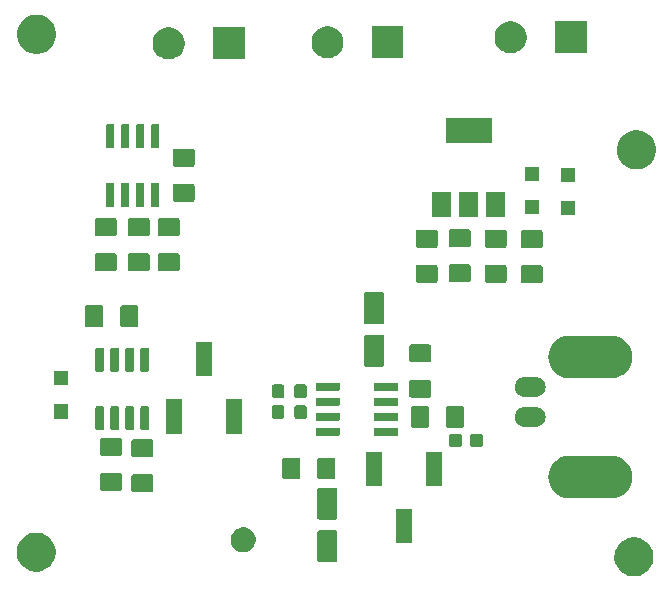
<source format=gbr>
G04 #@! TF.GenerationSoftware,KiCad,Pcbnew,(5.1.0)-1*
G04 #@! TF.CreationDate,2020-05-22T07:58:56-04:00*
G04 #@! TF.ProjectId,SiPMV4-30050,5369504d-5634-42d3-9330-3035302e6b69,rev?*
G04 #@! TF.SameCoordinates,Original*
G04 #@! TF.FileFunction,Soldermask,Top*
G04 #@! TF.FilePolarity,Negative*
%FSLAX46Y46*%
G04 Gerber Fmt 4.6, Leading zero omitted, Abs format (unit mm)*
G04 Created by KiCad (PCBNEW (5.1.0)-1) date 2020-05-22 07:58:56*
%MOMM*%
%LPD*%
G04 APERTURE LIST*
%ADD10C,0.100000*%
G04 APERTURE END LIST*
D10*
G36*
X189879576Y-63466098D02*
G01*
X189985899Y-63487247D01*
X190286362Y-63611703D01*
X190556771Y-63792385D01*
X190786735Y-64022349D01*
X190967417Y-64292758D01*
X190967418Y-64292760D01*
X191091873Y-64593222D01*
X191142204Y-64846249D01*
X191155320Y-64912191D01*
X191155320Y-65237409D01*
X191091873Y-65556379D01*
X190967417Y-65856842D01*
X190786735Y-66127251D01*
X190556771Y-66357215D01*
X190286362Y-66537897D01*
X189985899Y-66662353D01*
X189879576Y-66683502D01*
X189666931Y-66725800D01*
X189341709Y-66725800D01*
X189129064Y-66683502D01*
X189022741Y-66662353D01*
X188722278Y-66537897D01*
X188451869Y-66357215D01*
X188221905Y-66127251D01*
X188041223Y-65856842D01*
X187916767Y-65556379D01*
X187853320Y-65237409D01*
X187853320Y-64912191D01*
X187866437Y-64846249D01*
X187916767Y-64593222D01*
X188041222Y-64292760D01*
X188041223Y-64292758D01*
X188221905Y-64022349D01*
X188451869Y-63792385D01*
X188722278Y-63611703D01*
X189022741Y-63487247D01*
X189129064Y-63466098D01*
X189341709Y-63423800D01*
X189666931Y-63423800D01*
X189879576Y-63466098D01*
X189879576Y-63466098D01*
G37*
G36*
X139270076Y-63074938D02*
G01*
X139376399Y-63096087D01*
X139676862Y-63220543D01*
X139947271Y-63401225D01*
X140177235Y-63631189D01*
X140177236Y-63631191D01*
X140357918Y-63901600D01*
X140482373Y-64202062D01*
X140545820Y-64521029D01*
X140545820Y-64846251D01*
X140503522Y-65058896D01*
X140482373Y-65165219D01*
X140423096Y-65308325D01*
X140366696Y-65444489D01*
X140357917Y-65465682D01*
X140177235Y-65736091D01*
X139947271Y-65966055D01*
X139676862Y-66146737D01*
X139376399Y-66271193D01*
X139270076Y-66292342D01*
X139057431Y-66334640D01*
X138732209Y-66334640D01*
X138519564Y-66292342D01*
X138413241Y-66271193D01*
X138112778Y-66146737D01*
X137842369Y-65966055D01*
X137612405Y-65736091D01*
X137431723Y-65465682D01*
X137422945Y-65444489D01*
X137366544Y-65308325D01*
X137307267Y-65165219D01*
X137286118Y-65058896D01*
X137243820Y-64846251D01*
X137243820Y-64521029D01*
X137307267Y-64202062D01*
X137431722Y-63901600D01*
X137612404Y-63631191D01*
X137612405Y-63631189D01*
X137842369Y-63401225D01*
X138112778Y-63220543D01*
X138413241Y-63096087D01*
X138519564Y-63074938D01*
X138732209Y-63032640D01*
X139057431Y-63032640D01*
X139270076Y-63074938D01*
X139270076Y-63074938D01*
G37*
G36*
X164259137Y-62824431D02*
G01*
X164292792Y-62834641D01*
X164323805Y-62851218D01*
X164350991Y-62873529D01*
X164373302Y-62900715D01*
X164389879Y-62931728D01*
X164400089Y-62965383D01*
X164404140Y-63006518D01*
X164404140Y-65336242D01*
X164400089Y-65377377D01*
X164389879Y-65411032D01*
X164373302Y-65442045D01*
X164350991Y-65469231D01*
X164323805Y-65491542D01*
X164292792Y-65508119D01*
X164259137Y-65518329D01*
X164218002Y-65522380D01*
X162888278Y-65522380D01*
X162847143Y-65518329D01*
X162813488Y-65508119D01*
X162782475Y-65491542D01*
X162755289Y-65469231D01*
X162732978Y-65442045D01*
X162716401Y-65411032D01*
X162706191Y-65377377D01*
X162702140Y-65336242D01*
X162702140Y-63006518D01*
X162706191Y-62965383D01*
X162716401Y-62931728D01*
X162732978Y-62900715D01*
X162755289Y-62873529D01*
X162782475Y-62851218D01*
X162813488Y-62834641D01*
X162847143Y-62824431D01*
X162888278Y-62820380D01*
X164218002Y-62820380D01*
X164259137Y-62824431D01*
X164259137Y-62824431D01*
G37*
G36*
X156745164Y-62613849D02*
G01*
X156936433Y-62693075D01*
X156936435Y-62693076D01*
X157108573Y-62808095D01*
X157254965Y-62954487D01*
X157308385Y-63034435D01*
X157369985Y-63126627D01*
X157449211Y-63317896D01*
X157489600Y-63520944D01*
X157489600Y-63727976D01*
X157449211Y-63931024D01*
X157447978Y-63934000D01*
X157369984Y-64122295D01*
X157254965Y-64294433D01*
X157108573Y-64440825D01*
X156936435Y-64555844D01*
X156936434Y-64555845D01*
X156936433Y-64555845D01*
X156745164Y-64635071D01*
X156542116Y-64675460D01*
X156335084Y-64675460D01*
X156132036Y-64635071D01*
X155940767Y-64555845D01*
X155940766Y-64555845D01*
X155940765Y-64555844D01*
X155768627Y-64440825D01*
X155622235Y-64294433D01*
X155507216Y-64122295D01*
X155429222Y-63934000D01*
X155427989Y-63931024D01*
X155387600Y-63727976D01*
X155387600Y-63520944D01*
X155427989Y-63317896D01*
X155507215Y-63126627D01*
X155568816Y-63034435D01*
X155622235Y-62954487D01*
X155768627Y-62808095D01*
X155940765Y-62693076D01*
X155940767Y-62693075D01*
X156132036Y-62613849D01*
X156335084Y-62573460D01*
X156542116Y-62573460D01*
X156745164Y-62613849D01*
X156745164Y-62613849D01*
G37*
G36*
X170699000Y-63934000D02*
G01*
X169407000Y-63934000D01*
X169407000Y-61042000D01*
X170699000Y-61042000D01*
X170699000Y-63934000D01*
X170699000Y-63934000D01*
G37*
G36*
X164259137Y-59224431D02*
G01*
X164292792Y-59234641D01*
X164323805Y-59251218D01*
X164350991Y-59273529D01*
X164373302Y-59300715D01*
X164389879Y-59331728D01*
X164400089Y-59365383D01*
X164404140Y-59406518D01*
X164404140Y-61736242D01*
X164400089Y-61777377D01*
X164389879Y-61811032D01*
X164373302Y-61842045D01*
X164350991Y-61869231D01*
X164323805Y-61891542D01*
X164292792Y-61908119D01*
X164259137Y-61918329D01*
X164218002Y-61922380D01*
X162888278Y-61922380D01*
X162847143Y-61918329D01*
X162813488Y-61908119D01*
X162782475Y-61891542D01*
X162755289Y-61869231D01*
X162732978Y-61842045D01*
X162716401Y-61811032D01*
X162706191Y-61777377D01*
X162702140Y-61736242D01*
X162702140Y-59406518D01*
X162706191Y-59365383D01*
X162716401Y-59331728D01*
X162732978Y-59300715D01*
X162755289Y-59273529D01*
X162782475Y-59251218D01*
X162813488Y-59234641D01*
X162847143Y-59224431D01*
X162888278Y-59220380D01*
X164218002Y-59220380D01*
X164259137Y-59224431D01*
X164259137Y-59224431D01*
G37*
G36*
X187684175Y-56508352D02*
G01*
X187911678Y-56530759D01*
X188251168Y-56633742D01*
X188251170Y-56633743D01*
X188564042Y-56800977D01*
X188732144Y-56938935D01*
X188838281Y-57026039D01*
X189063342Y-57300277D01*
X189230578Y-57613152D01*
X189333561Y-57952642D01*
X189368334Y-58305700D01*
X189333561Y-58658758D01*
X189230578Y-58998248D01*
X189230577Y-58998250D01*
X189063343Y-59311122D01*
X188838281Y-59585361D01*
X188564042Y-59810423D01*
X188251170Y-59977657D01*
X188251168Y-59977658D01*
X187911678Y-60080641D01*
X187735289Y-60098014D01*
X187647096Y-60106700D01*
X183970144Y-60106700D01*
X183881951Y-60098014D01*
X183705562Y-60080641D01*
X183366072Y-59977658D01*
X183366070Y-59977657D01*
X183053198Y-59810423D01*
X182778959Y-59585361D01*
X182553897Y-59311122D01*
X182386663Y-58998250D01*
X182386662Y-58998248D01*
X182283679Y-58658758D01*
X182248906Y-58305700D01*
X182283679Y-57952642D01*
X182386662Y-57613152D01*
X182553898Y-57300277D01*
X182778959Y-57026039D01*
X182885096Y-56938935D01*
X183053198Y-56800977D01*
X183366070Y-56633743D01*
X183366072Y-56633742D01*
X183705562Y-56530759D01*
X183933065Y-56508352D01*
X183970144Y-56504700D01*
X187647096Y-56504700D01*
X187684175Y-56508352D01*
X187684175Y-56508352D01*
G37*
G36*
X148667062Y-58095681D02*
G01*
X148701981Y-58106274D01*
X148734163Y-58123476D01*
X148762373Y-58146627D01*
X148785524Y-58174837D01*
X148802726Y-58207019D01*
X148813319Y-58241938D01*
X148817500Y-58284395D01*
X148817500Y-59425605D01*
X148813319Y-59468062D01*
X148802726Y-59502981D01*
X148785524Y-59535163D01*
X148762373Y-59563373D01*
X148734163Y-59586524D01*
X148701981Y-59603726D01*
X148667062Y-59614319D01*
X148624605Y-59618500D01*
X147158395Y-59618500D01*
X147115938Y-59614319D01*
X147081019Y-59603726D01*
X147048837Y-59586524D01*
X147020627Y-59563373D01*
X146997476Y-59535163D01*
X146980274Y-59502981D01*
X146969681Y-59468062D01*
X146965500Y-59425605D01*
X146965500Y-58284395D01*
X146969681Y-58241938D01*
X146980274Y-58207019D01*
X146997476Y-58174837D01*
X147020627Y-58146627D01*
X147048837Y-58123476D01*
X147081019Y-58106274D01*
X147115938Y-58095681D01*
X147158395Y-58091500D01*
X148624605Y-58091500D01*
X148667062Y-58095681D01*
X148667062Y-58095681D01*
G37*
G36*
X146025562Y-57965681D02*
G01*
X146060481Y-57976274D01*
X146092663Y-57993476D01*
X146120873Y-58016627D01*
X146144024Y-58044837D01*
X146161226Y-58077019D01*
X146171819Y-58111938D01*
X146176000Y-58154395D01*
X146176000Y-59295605D01*
X146171819Y-59338062D01*
X146161226Y-59372981D01*
X146144024Y-59405163D01*
X146120873Y-59433373D01*
X146092663Y-59456524D01*
X146060481Y-59473726D01*
X146025562Y-59484319D01*
X145983105Y-59488500D01*
X144516895Y-59488500D01*
X144474438Y-59484319D01*
X144439519Y-59473726D01*
X144407337Y-59456524D01*
X144379127Y-59433373D01*
X144355976Y-59405163D01*
X144338774Y-59372981D01*
X144328181Y-59338062D01*
X144324000Y-59295605D01*
X144324000Y-58154395D01*
X144328181Y-58111938D01*
X144338774Y-58077019D01*
X144355976Y-58044837D01*
X144379127Y-58016627D01*
X144407337Y-57993476D01*
X144439519Y-57976274D01*
X144474438Y-57965681D01*
X144516895Y-57961500D01*
X145983105Y-57961500D01*
X146025562Y-57965681D01*
X146025562Y-57965681D01*
G37*
G36*
X168159000Y-59104000D02*
G01*
X166867000Y-59104000D01*
X166867000Y-56212000D01*
X168159000Y-56212000D01*
X168159000Y-59104000D01*
X168159000Y-59104000D01*
G37*
G36*
X173239000Y-59104000D02*
G01*
X171947000Y-59104000D01*
X171947000Y-56212000D01*
X173239000Y-56212000D01*
X173239000Y-59104000D01*
X173239000Y-59104000D01*
G37*
G36*
X164081442Y-56675221D02*
G01*
X164116361Y-56685814D01*
X164148543Y-56703016D01*
X164176753Y-56726167D01*
X164199904Y-56754377D01*
X164217106Y-56786559D01*
X164227699Y-56821478D01*
X164231880Y-56863935D01*
X164231880Y-58330145D01*
X164227699Y-58372602D01*
X164217106Y-58407521D01*
X164199904Y-58439703D01*
X164176753Y-58467913D01*
X164148543Y-58491064D01*
X164116361Y-58508266D01*
X164081442Y-58518859D01*
X164038985Y-58523040D01*
X162897775Y-58523040D01*
X162855318Y-58518859D01*
X162820399Y-58508266D01*
X162788217Y-58491064D01*
X162760007Y-58467913D01*
X162736856Y-58439703D01*
X162719654Y-58407521D01*
X162709061Y-58372602D01*
X162704880Y-58330145D01*
X162704880Y-56863935D01*
X162709061Y-56821478D01*
X162719654Y-56786559D01*
X162736856Y-56754377D01*
X162760007Y-56726167D01*
X162788217Y-56703016D01*
X162820399Y-56685814D01*
X162855318Y-56675221D01*
X162897775Y-56671040D01*
X164038985Y-56671040D01*
X164081442Y-56675221D01*
X164081442Y-56675221D01*
G37*
G36*
X161106442Y-56675221D02*
G01*
X161141361Y-56685814D01*
X161173543Y-56703016D01*
X161201753Y-56726167D01*
X161224904Y-56754377D01*
X161242106Y-56786559D01*
X161252699Y-56821478D01*
X161256880Y-56863935D01*
X161256880Y-58330145D01*
X161252699Y-58372602D01*
X161242106Y-58407521D01*
X161224904Y-58439703D01*
X161201753Y-58467913D01*
X161173543Y-58491064D01*
X161141361Y-58508266D01*
X161106442Y-58518859D01*
X161063985Y-58523040D01*
X159922775Y-58523040D01*
X159880318Y-58518859D01*
X159845399Y-58508266D01*
X159813217Y-58491064D01*
X159785007Y-58467913D01*
X159761856Y-58439703D01*
X159744654Y-58407521D01*
X159734061Y-58372602D01*
X159729880Y-58330145D01*
X159729880Y-56863935D01*
X159734061Y-56821478D01*
X159744654Y-56786559D01*
X159761856Y-56754377D01*
X159785007Y-56726167D01*
X159813217Y-56703016D01*
X159845399Y-56685814D01*
X159880318Y-56675221D01*
X159922775Y-56671040D01*
X161063985Y-56671040D01*
X161106442Y-56675221D01*
X161106442Y-56675221D01*
G37*
G36*
X148667062Y-55120681D02*
G01*
X148701981Y-55131274D01*
X148734163Y-55148476D01*
X148762373Y-55171627D01*
X148785524Y-55199837D01*
X148802726Y-55232019D01*
X148813319Y-55266938D01*
X148817500Y-55309395D01*
X148817500Y-56450605D01*
X148813319Y-56493062D01*
X148802726Y-56527981D01*
X148785524Y-56560163D01*
X148762373Y-56588373D01*
X148734163Y-56611524D01*
X148701981Y-56628726D01*
X148667062Y-56639319D01*
X148624605Y-56643500D01*
X147158395Y-56643500D01*
X147115938Y-56639319D01*
X147081019Y-56628726D01*
X147048837Y-56611524D01*
X147020627Y-56588373D01*
X146997476Y-56560163D01*
X146980274Y-56527981D01*
X146969681Y-56493062D01*
X146965500Y-56450605D01*
X146965500Y-55309395D01*
X146969681Y-55266938D01*
X146980274Y-55232019D01*
X146997476Y-55199837D01*
X147020627Y-55171627D01*
X147048837Y-55148476D01*
X147081019Y-55131274D01*
X147115938Y-55120681D01*
X147158395Y-55116500D01*
X148624605Y-55116500D01*
X148667062Y-55120681D01*
X148667062Y-55120681D01*
G37*
G36*
X146025562Y-54990681D02*
G01*
X146060481Y-55001274D01*
X146092663Y-55018476D01*
X146120873Y-55041627D01*
X146144024Y-55069837D01*
X146161226Y-55102019D01*
X146171819Y-55136938D01*
X146176000Y-55179395D01*
X146176000Y-56320605D01*
X146171819Y-56363062D01*
X146161226Y-56397981D01*
X146144024Y-56430163D01*
X146120873Y-56458373D01*
X146092663Y-56481524D01*
X146060481Y-56498726D01*
X146025562Y-56509319D01*
X145983105Y-56513500D01*
X144516895Y-56513500D01*
X144474438Y-56509319D01*
X144439519Y-56498726D01*
X144407337Y-56481524D01*
X144379127Y-56458373D01*
X144355976Y-56430163D01*
X144338774Y-56397981D01*
X144328181Y-56363062D01*
X144324000Y-56320605D01*
X144324000Y-55179395D01*
X144328181Y-55136938D01*
X144338774Y-55102019D01*
X144355976Y-55069837D01*
X144379127Y-55041627D01*
X144407337Y-55018476D01*
X144439519Y-55001274D01*
X144474438Y-54990681D01*
X144516895Y-54986500D01*
X145983105Y-54986500D01*
X146025562Y-54990681D01*
X146025562Y-54990681D01*
G37*
G36*
X176579979Y-54698045D02*
G01*
X176617475Y-54709420D01*
X176652034Y-54727892D01*
X176682327Y-54752753D01*
X176707188Y-54783046D01*
X176725660Y-54817605D01*
X176737035Y-54855101D01*
X176741480Y-54900238D01*
X176741480Y-55538962D01*
X176737035Y-55584099D01*
X176725660Y-55621595D01*
X176707188Y-55656154D01*
X176682327Y-55686447D01*
X176652034Y-55711308D01*
X176617475Y-55729780D01*
X176579979Y-55741155D01*
X176534842Y-55745600D01*
X175796118Y-55745600D01*
X175750981Y-55741155D01*
X175713485Y-55729780D01*
X175678926Y-55711308D01*
X175648633Y-55686447D01*
X175623772Y-55656154D01*
X175605300Y-55621595D01*
X175593925Y-55584099D01*
X175589480Y-55538962D01*
X175589480Y-54900238D01*
X175593925Y-54855101D01*
X175605300Y-54817605D01*
X175623772Y-54783046D01*
X175648633Y-54752753D01*
X175678926Y-54727892D01*
X175713485Y-54709420D01*
X175750981Y-54698045D01*
X175796118Y-54693600D01*
X176534842Y-54693600D01*
X176579979Y-54698045D01*
X176579979Y-54698045D01*
G37*
G36*
X174829979Y-54698045D02*
G01*
X174867475Y-54709420D01*
X174902034Y-54727892D01*
X174932327Y-54752753D01*
X174957188Y-54783046D01*
X174975660Y-54817605D01*
X174987035Y-54855101D01*
X174991480Y-54900238D01*
X174991480Y-55538962D01*
X174987035Y-55584099D01*
X174975660Y-55621595D01*
X174957188Y-55656154D01*
X174932327Y-55686447D01*
X174902034Y-55711308D01*
X174867475Y-55729780D01*
X174829979Y-55741155D01*
X174784842Y-55745600D01*
X174046118Y-55745600D01*
X174000981Y-55741155D01*
X173963485Y-55729780D01*
X173928926Y-55711308D01*
X173898633Y-55686447D01*
X173873772Y-55656154D01*
X173855300Y-55621595D01*
X173843925Y-55584099D01*
X173839480Y-55538962D01*
X173839480Y-54900238D01*
X173843925Y-54855101D01*
X173855300Y-54817605D01*
X173873772Y-54783046D01*
X173898633Y-54752753D01*
X173928926Y-54727892D01*
X173963485Y-54709420D01*
X174000981Y-54698045D01*
X174046118Y-54693600D01*
X174784842Y-54693600D01*
X174829979Y-54698045D01*
X174829979Y-54698045D01*
G37*
G36*
X164513928Y-54134764D02*
G01*
X164535009Y-54141160D01*
X164554445Y-54151548D01*
X164571476Y-54165524D01*
X164585452Y-54182555D01*
X164595840Y-54201991D01*
X164602236Y-54223072D01*
X164605000Y-54251140D01*
X164605000Y-54714860D01*
X164602236Y-54742928D01*
X164595840Y-54764009D01*
X164585452Y-54783445D01*
X164571476Y-54800476D01*
X164554445Y-54814452D01*
X164535009Y-54824840D01*
X164513928Y-54831236D01*
X164485860Y-54834000D01*
X162672140Y-54834000D01*
X162644072Y-54831236D01*
X162622991Y-54824840D01*
X162603555Y-54814452D01*
X162586524Y-54800476D01*
X162572548Y-54783445D01*
X162562160Y-54764009D01*
X162555764Y-54742928D01*
X162553000Y-54714860D01*
X162553000Y-54251140D01*
X162555764Y-54223072D01*
X162562160Y-54201991D01*
X162572548Y-54182555D01*
X162586524Y-54165524D01*
X162603555Y-54151548D01*
X162622991Y-54141160D01*
X162644072Y-54134764D01*
X162672140Y-54132000D01*
X164485860Y-54132000D01*
X164513928Y-54134764D01*
X164513928Y-54134764D01*
G37*
G36*
X169463928Y-54134764D02*
G01*
X169485009Y-54141160D01*
X169504445Y-54151548D01*
X169521476Y-54165524D01*
X169535452Y-54182555D01*
X169545840Y-54201991D01*
X169552236Y-54223072D01*
X169555000Y-54251140D01*
X169555000Y-54714860D01*
X169552236Y-54742928D01*
X169545840Y-54764009D01*
X169535452Y-54783445D01*
X169521476Y-54800476D01*
X169504445Y-54814452D01*
X169485009Y-54824840D01*
X169463928Y-54831236D01*
X169435860Y-54834000D01*
X167622140Y-54834000D01*
X167594072Y-54831236D01*
X167572991Y-54824840D01*
X167553555Y-54814452D01*
X167536524Y-54800476D01*
X167522548Y-54783445D01*
X167512160Y-54764009D01*
X167505764Y-54742928D01*
X167503000Y-54714860D01*
X167503000Y-54251140D01*
X167505764Y-54223072D01*
X167512160Y-54201991D01*
X167522548Y-54182555D01*
X167536524Y-54165524D01*
X167553555Y-54151548D01*
X167572991Y-54141160D01*
X167594072Y-54134764D01*
X167622140Y-54132000D01*
X169435860Y-54132000D01*
X169463928Y-54134764D01*
X169463928Y-54134764D01*
G37*
G36*
X156297200Y-54633600D02*
G01*
X155005200Y-54633600D01*
X155005200Y-51741600D01*
X156297200Y-51741600D01*
X156297200Y-54633600D01*
X156297200Y-54633600D01*
G37*
G36*
X151217200Y-54633600D02*
G01*
X149925200Y-54633600D01*
X149925200Y-51741600D01*
X151217200Y-51741600D01*
X151217200Y-54633600D01*
X151217200Y-54633600D01*
G37*
G36*
X147071928Y-52316764D02*
G01*
X147093009Y-52323160D01*
X147112445Y-52333548D01*
X147129476Y-52347524D01*
X147143452Y-52364555D01*
X147153840Y-52383991D01*
X147160236Y-52405072D01*
X147163000Y-52433140D01*
X147163000Y-54246860D01*
X147160236Y-54274928D01*
X147153840Y-54296009D01*
X147143452Y-54315445D01*
X147129476Y-54332476D01*
X147112445Y-54346452D01*
X147093009Y-54356840D01*
X147071928Y-54363236D01*
X147043860Y-54366000D01*
X146580140Y-54366000D01*
X146552072Y-54363236D01*
X146530991Y-54356840D01*
X146511555Y-54346452D01*
X146494524Y-54332476D01*
X146480548Y-54315445D01*
X146470160Y-54296009D01*
X146463764Y-54274928D01*
X146461000Y-54246860D01*
X146461000Y-52433140D01*
X146463764Y-52405072D01*
X146470160Y-52383991D01*
X146480548Y-52364555D01*
X146494524Y-52347524D01*
X146511555Y-52333548D01*
X146530991Y-52323160D01*
X146552072Y-52316764D01*
X146580140Y-52314000D01*
X147043860Y-52314000D01*
X147071928Y-52316764D01*
X147071928Y-52316764D01*
G37*
G36*
X145801928Y-52316764D02*
G01*
X145823009Y-52323160D01*
X145842445Y-52333548D01*
X145859476Y-52347524D01*
X145873452Y-52364555D01*
X145883840Y-52383991D01*
X145890236Y-52405072D01*
X145893000Y-52433140D01*
X145893000Y-54246860D01*
X145890236Y-54274928D01*
X145883840Y-54296009D01*
X145873452Y-54315445D01*
X145859476Y-54332476D01*
X145842445Y-54346452D01*
X145823009Y-54356840D01*
X145801928Y-54363236D01*
X145773860Y-54366000D01*
X145310140Y-54366000D01*
X145282072Y-54363236D01*
X145260991Y-54356840D01*
X145241555Y-54346452D01*
X145224524Y-54332476D01*
X145210548Y-54315445D01*
X145200160Y-54296009D01*
X145193764Y-54274928D01*
X145191000Y-54246860D01*
X145191000Y-52433140D01*
X145193764Y-52405072D01*
X145200160Y-52383991D01*
X145210548Y-52364555D01*
X145224524Y-52347524D01*
X145241555Y-52333548D01*
X145260991Y-52323160D01*
X145282072Y-52316764D01*
X145310140Y-52314000D01*
X145773860Y-52314000D01*
X145801928Y-52316764D01*
X145801928Y-52316764D01*
G37*
G36*
X148341928Y-52316764D02*
G01*
X148363009Y-52323160D01*
X148382445Y-52333548D01*
X148399476Y-52347524D01*
X148413452Y-52364555D01*
X148423840Y-52383991D01*
X148430236Y-52405072D01*
X148433000Y-52433140D01*
X148433000Y-54246860D01*
X148430236Y-54274928D01*
X148423840Y-54296009D01*
X148413452Y-54315445D01*
X148399476Y-54332476D01*
X148382445Y-54346452D01*
X148363009Y-54356840D01*
X148341928Y-54363236D01*
X148313860Y-54366000D01*
X147850140Y-54366000D01*
X147822072Y-54363236D01*
X147800991Y-54356840D01*
X147781555Y-54346452D01*
X147764524Y-54332476D01*
X147750548Y-54315445D01*
X147740160Y-54296009D01*
X147733764Y-54274928D01*
X147731000Y-54246860D01*
X147731000Y-52433140D01*
X147733764Y-52405072D01*
X147740160Y-52383991D01*
X147750548Y-52364555D01*
X147764524Y-52347524D01*
X147781555Y-52333548D01*
X147800991Y-52323160D01*
X147822072Y-52316764D01*
X147850140Y-52314000D01*
X148313860Y-52314000D01*
X148341928Y-52316764D01*
X148341928Y-52316764D01*
G37*
G36*
X144531928Y-52316764D02*
G01*
X144553009Y-52323160D01*
X144572445Y-52333548D01*
X144589476Y-52347524D01*
X144603452Y-52364555D01*
X144613840Y-52383991D01*
X144620236Y-52405072D01*
X144623000Y-52433140D01*
X144623000Y-54246860D01*
X144620236Y-54274928D01*
X144613840Y-54296009D01*
X144603452Y-54315445D01*
X144589476Y-54332476D01*
X144572445Y-54346452D01*
X144553009Y-54356840D01*
X144531928Y-54363236D01*
X144503860Y-54366000D01*
X144040140Y-54366000D01*
X144012072Y-54363236D01*
X143990991Y-54356840D01*
X143971555Y-54346452D01*
X143954524Y-54332476D01*
X143940548Y-54315445D01*
X143930160Y-54296009D01*
X143923764Y-54274928D01*
X143921000Y-54246860D01*
X143921000Y-52433140D01*
X143923764Y-52405072D01*
X143930160Y-52383991D01*
X143940548Y-52364555D01*
X143954524Y-52347524D01*
X143971555Y-52333548D01*
X143990991Y-52323160D01*
X144012072Y-52316764D01*
X144040140Y-52314000D01*
X144503860Y-52314000D01*
X144531928Y-52316764D01*
X144531928Y-52316764D01*
G37*
G36*
X172009062Y-52291181D02*
G01*
X172043981Y-52301774D01*
X172076163Y-52318976D01*
X172104373Y-52342127D01*
X172127524Y-52370337D01*
X172144726Y-52402519D01*
X172155319Y-52437438D01*
X172159500Y-52479895D01*
X172159500Y-53946105D01*
X172155319Y-53988562D01*
X172144726Y-54023481D01*
X172127524Y-54055663D01*
X172104373Y-54083873D01*
X172076163Y-54107024D01*
X172043981Y-54124226D01*
X172009062Y-54134819D01*
X171966605Y-54139000D01*
X170825395Y-54139000D01*
X170782938Y-54134819D01*
X170748019Y-54124226D01*
X170715837Y-54107024D01*
X170687627Y-54083873D01*
X170664476Y-54055663D01*
X170647274Y-54023481D01*
X170636681Y-53988562D01*
X170632500Y-53946105D01*
X170632500Y-52479895D01*
X170636681Y-52437438D01*
X170647274Y-52402519D01*
X170664476Y-52370337D01*
X170687627Y-52342127D01*
X170715837Y-52318976D01*
X170748019Y-52301774D01*
X170782938Y-52291181D01*
X170825395Y-52287000D01*
X171966605Y-52287000D01*
X172009062Y-52291181D01*
X172009062Y-52291181D01*
G37*
G36*
X174984062Y-52291181D02*
G01*
X175018981Y-52301774D01*
X175051163Y-52318976D01*
X175079373Y-52342127D01*
X175102524Y-52370337D01*
X175119726Y-52402519D01*
X175130319Y-52437438D01*
X175134500Y-52479895D01*
X175134500Y-53946105D01*
X175130319Y-53988562D01*
X175119726Y-54023481D01*
X175102524Y-54055663D01*
X175079373Y-54083873D01*
X175051163Y-54107024D01*
X175018981Y-54124226D01*
X174984062Y-54134819D01*
X174941605Y-54139000D01*
X173800395Y-54139000D01*
X173757938Y-54134819D01*
X173723019Y-54124226D01*
X173690837Y-54107024D01*
X173662627Y-54083873D01*
X173639476Y-54055663D01*
X173622274Y-54023481D01*
X173611681Y-53988562D01*
X173607500Y-53946105D01*
X173607500Y-52479895D01*
X173611681Y-52437438D01*
X173622274Y-52402519D01*
X173639476Y-52370337D01*
X173662627Y-52342127D01*
X173690837Y-52318976D01*
X173723019Y-52301774D01*
X173757938Y-52291181D01*
X173800395Y-52287000D01*
X174941605Y-52287000D01*
X174984062Y-52291181D01*
X174984062Y-52291181D01*
G37*
G36*
X181345443Y-52387013D02*
G01*
X181505862Y-52435676D01*
X181609366Y-52491000D01*
X181653698Y-52514696D01*
X181783279Y-52621041D01*
X181889624Y-52750622D01*
X181889625Y-52750624D01*
X181968644Y-52898458D01*
X182017307Y-53058877D01*
X182033737Y-53225700D01*
X182017307Y-53392523D01*
X181998154Y-53455661D01*
X181971220Y-53544452D01*
X181968644Y-53552942D01*
X181962733Y-53564000D01*
X181889624Y-53700778D01*
X181783279Y-53830359D01*
X181653698Y-53936704D01*
X181653696Y-53936705D01*
X181505862Y-54015724D01*
X181345443Y-54064387D01*
X181220424Y-54076700D01*
X180236816Y-54076700D01*
X180111797Y-54064387D01*
X179951378Y-54015724D01*
X179803544Y-53936705D01*
X179803542Y-53936704D01*
X179673961Y-53830359D01*
X179567616Y-53700778D01*
X179494507Y-53564000D01*
X179488596Y-53552942D01*
X179486021Y-53544452D01*
X179459086Y-53455661D01*
X179439933Y-53392523D01*
X179423503Y-53225700D01*
X179439933Y-53058877D01*
X179488596Y-52898458D01*
X179567615Y-52750624D01*
X179567616Y-52750622D01*
X179673961Y-52621041D01*
X179803542Y-52514696D01*
X179847874Y-52491000D01*
X179951378Y-52435676D01*
X180111797Y-52387013D01*
X180236816Y-52374700D01*
X181220424Y-52374700D01*
X181345443Y-52387013D01*
X181345443Y-52387013D01*
G37*
G36*
X169463928Y-52864764D02*
G01*
X169485009Y-52871160D01*
X169504445Y-52881548D01*
X169521476Y-52895524D01*
X169535452Y-52912555D01*
X169545840Y-52931991D01*
X169552236Y-52953072D01*
X169555000Y-52981140D01*
X169555000Y-53444860D01*
X169552236Y-53472928D01*
X169545840Y-53494009D01*
X169535452Y-53513445D01*
X169521476Y-53530476D01*
X169504445Y-53544452D01*
X169485009Y-53554840D01*
X169463928Y-53561236D01*
X169435860Y-53564000D01*
X167622140Y-53564000D01*
X167594072Y-53561236D01*
X167572991Y-53554840D01*
X167553555Y-53544452D01*
X167536524Y-53530476D01*
X167522548Y-53513445D01*
X167512160Y-53494009D01*
X167505764Y-53472928D01*
X167503000Y-53444860D01*
X167503000Y-52981140D01*
X167505764Y-52953072D01*
X167512160Y-52931991D01*
X167522548Y-52912555D01*
X167536524Y-52895524D01*
X167553555Y-52881548D01*
X167572991Y-52871160D01*
X167594072Y-52864764D01*
X167622140Y-52862000D01*
X169435860Y-52862000D01*
X169463928Y-52864764D01*
X169463928Y-52864764D01*
G37*
G36*
X164513928Y-52864764D02*
G01*
X164535009Y-52871160D01*
X164554445Y-52881548D01*
X164571476Y-52895524D01*
X164585452Y-52912555D01*
X164595840Y-52931991D01*
X164602236Y-52953072D01*
X164605000Y-52981140D01*
X164605000Y-53444860D01*
X164602236Y-53472928D01*
X164595840Y-53494009D01*
X164585452Y-53513445D01*
X164571476Y-53530476D01*
X164554445Y-53544452D01*
X164535009Y-53554840D01*
X164513928Y-53561236D01*
X164485860Y-53564000D01*
X162672140Y-53564000D01*
X162644072Y-53561236D01*
X162622991Y-53554840D01*
X162603555Y-53544452D01*
X162586524Y-53530476D01*
X162572548Y-53513445D01*
X162562160Y-53494009D01*
X162555764Y-53472928D01*
X162553000Y-53444860D01*
X162553000Y-52981140D01*
X162555764Y-52953072D01*
X162562160Y-52931991D01*
X162572548Y-52912555D01*
X162586524Y-52895524D01*
X162603555Y-52881548D01*
X162622991Y-52871160D01*
X162644072Y-52864764D01*
X162672140Y-52862000D01*
X164485860Y-52862000D01*
X164513928Y-52864764D01*
X164513928Y-52864764D01*
G37*
G36*
X159749499Y-52232445D02*
G01*
X159786995Y-52243820D01*
X159821554Y-52262292D01*
X159851847Y-52287153D01*
X159876708Y-52317446D01*
X159895180Y-52352005D01*
X159906555Y-52389501D01*
X159911000Y-52434638D01*
X159911000Y-53173362D01*
X159906555Y-53218499D01*
X159895180Y-53255995D01*
X159876708Y-53290554D01*
X159851847Y-53320847D01*
X159821554Y-53345708D01*
X159786995Y-53364180D01*
X159749499Y-53375555D01*
X159704362Y-53380000D01*
X159065638Y-53380000D01*
X159020501Y-53375555D01*
X158983005Y-53364180D01*
X158948446Y-53345708D01*
X158918153Y-53320847D01*
X158893292Y-53290554D01*
X158874820Y-53255995D01*
X158863445Y-53218499D01*
X158859000Y-53173362D01*
X158859000Y-52434638D01*
X158863445Y-52389501D01*
X158874820Y-52352005D01*
X158893292Y-52317446D01*
X158918153Y-52287153D01*
X158948446Y-52262292D01*
X158983005Y-52243820D01*
X159020501Y-52232445D01*
X159065638Y-52228000D01*
X159704362Y-52228000D01*
X159749499Y-52232445D01*
X159749499Y-52232445D01*
G37*
G36*
X161654499Y-52232445D02*
G01*
X161691995Y-52243820D01*
X161726554Y-52262292D01*
X161756847Y-52287153D01*
X161781708Y-52317446D01*
X161800180Y-52352005D01*
X161811555Y-52389501D01*
X161816000Y-52434638D01*
X161816000Y-53173362D01*
X161811555Y-53218499D01*
X161800180Y-53255995D01*
X161781708Y-53290554D01*
X161756847Y-53320847D01*
X161726554Y-53345708D01*
X161691995Y-53364180D01*
X161654499Y-53375555D01*
X161609362Y-53380000D01*
X160970638Y-53380000D01*
X160925501Y-53375555D01*
X160888005Y-53364180D01*
X160853446Y-53345708D01*
X160823153Y-53320847D01*
X160798292Y-53290554D01*
X160779820Y-53255995D01*
X160768445Y-53218499D01*
X160764000Y-53173362D01*
X160764000Y-52434638D01*
X160768445Y-52389501D01*
X160779820Y-52352005D01*
X160798292Y-52317446D01*
X160823153Y-52287153D01*
X160853446Y-52262292D01*
X160888005Y-52243820D01*
X160925501Y-52232445D01*
X160970638Y-52228000D01*
X161609362Y-52228000D01*
X161654499Y-52232445D01*
X161654499Y-52232445D01*
G37*
G36*
X141571000Y-53364500D02*
G01*
X140369000Y-53364500D01*
X140369000Y-52162500D01*
X141571000Y-52162500D01*
X141571000Y-53364500D01*
X141571000Y-53364500D01*
G37*
G36*
X169463928Y-51594764D02*
G01*
X169485009Y-51601160D01*
X169504445Y-51611548D01*
X169521476Y-51625524D01*
X169535452Y-51642555D01*
X169545840Y-51661991D01*
X169552236Y-51683072D01*
X169555000Y-51711140D01*
X169555000Y-52174860D01*
X169552236Y-52202928D01*
X169545840Y-52224009D01*
X169535452Y-52243445D01*
X169521476Y-52260476D01*
X169504445Y-52274452D01*
X169485009Y-52284840D01*
X169463928Y-52291236D01*
X169435860Y-52294000D01*
X167622140Y-52294000D01*
X167594072Y-52291236D01*
X167572991Y-52284840D01*
X167553555Y-52274452D01*
X167536524Y-52260476D01*
X167522548Y-52243445D01*
X167512160Y-52224009D01*
X167505764Y-52202928D01*
X167503000Y-52174860D01*
X167503000Y-51711140D01*
X167505764Y-51683072D01*
X167512160Y-51661991D01*
X167522548Y-51642555D01*
X167536524Y-51625524D01*
X167553555Y-51611548D01*
X167572991Y-51601160D01*
X167594072Y-51594764D01*
X167622140Y-51592000D01*
X169435860Y-51592000D01*
X169463928Y-51594764D01*
X169463928Y-51594764D01*
G37*
G36*
X164513928Y-51594764D02*
G01*
X164535009Y-51601160D01*
X164554445Y-51611548D01*
X164571476Y-51625524D01*
X164585452Y-51642555D01*
X164595840Y-51661991D01*
X164602236Y-51683072D01*
X164605000Y-51711140D01*
X164605000Y-52174860D01*
X164602236Y-52202928D01*
X164595840Y-52224009D01*
X164585452Y-52243445D01*
X164571476Y-52260476D01*
X164554445Y-52274452D01*
X164535009Y-52284840D01*
X164513928Y-52291236D01*
X164485860Y-52294000D01*
X162672140Y-52294000D01*
X162644072Y-52291236D01*
X162622991Y-52284840D01*
X162603555Y-52274452D01*
X162586524Y-52260476D01*
X162572548Y-52243445D01*
X162562160Y-52224009D01*
X162555764Y-52202928D01*
X162553000Y-52174860D01*
X162553000Y-51711140D01*
X162555764Y-51683072D01*
X162562160Y-51661991D01*
X162572548Y-51642555D01*
X162586524Y-51625524D01*
X162603555Y-51611548D01*
X162622991Y-51601160D01*
X162644072Y-51594764D01*
X162672140Y-51592000D01*
X164485860Y-51592000D01*
X164513928Y-51594764D01*
X164513928Y-51594764D01*
G37*
G36*
X159749499Y-50482445D02*
G01*
X159786995Y-50493820D01*
X159821554Y-50512292D01*
X159851847Y-50537153D01*
X159876708Y-50567446D01*
X159895180Y-50602005D01*
X159906555Y-50639501D01*
X159911000Y-50684638D01*
X159911000Y-51423362D01*
X159906555Y-51468499D01*
X159895180Y-51505995D01*
X159876708Y-51540554D01*
X159851847Y-51570847D01*
X159821554Y-51595708D01*
X159786995Y-51614180D01*
X159749499Y-51625555D01*
X159704362Y-51630000D01*
X159065638Y-51630000D01*
X159020501Y-51625555D01*
X158983005Y-51614180D01*
X158948446Y-51595708D01*
X158918153Y-51570847D01*
X158893292Y-51540554D01*
X158874820Y-51505995D01*
X158863445Y-51468499D01*
X158859000Y-51423362D01*
X158859000Y-50684638D01*
X158863445Y-50639501D01*
X158874820Y-50602005D01*
X158893292Y-50567446D01*
X158918153Y-50537153D01*
X158948446Y-50512292D01*
X158983005Y-50493820D01*
X159020501Y-50482445D01*
X159065638Y-50478000D01*
X159704362Y-50478000D01*
X159749499Y-50482445D01*
X159749499Y-50482445D01*
G37*
G36*
X161654499Y-50482445D02*
G01*
X161691995Y-50493820D01*
X161726554Y-50512292D01*
X161756847Y-50537153D01*
X161781708Y-50567446D01*
X161800180Y-50602005D01*
X161811555Y-50639501D01*
X161816000Y-50684638D01*
X161816000Y-51423362D01*
X161811555Y-51468499D01*
X161800180Y-51505995D01*
X161781708Y-51540554D01*
X161756847Y-51570847D01*
X161726554Y-51595708D01*
X161691995Y-51614180D01*
X161654499Y-51625555D01*
X161609362Y-51630000D01*
X160970638Y-51630000D01*
X160925501Y-51625555D01*
X160888005Y-51614180D01*
X160853446Y-51595708D01*
X160823153Y-51570847D01*
X160798292Y-51540554D01*
X160779820Y-51505995D01*
X160768445Y-51468499D01*
X160764000Y-51423362D01*
X160764000Y-50684638D01*
X160768445Y-50639501D01*
X160779820Y-50602005D01*
X160798292Y-50567446D01*
X160823153Y-50537153D01*
X160853446Y-50512292D01*
X160888005Y-50493820D01*
X160925501Y-50482445D01*
X160970638Y-50478000D01*
X161609362Y-50478000D01*
X161654499Y-50482445D01*
X161654499Y-50482445D01*
G37*
G36*
X172190002Y-50071161D02*
G01*
X172224921Y-50081754D01*
X172257103Y-50098956D01*
X172285313Y-50122107D01*
X172308464Y-50150317D01*
X172325666Y-50182499D01*
X172336259Y-50217418D01*
X172340440Y-50259875D01*
X172340440Y-51401085D01*
X172336259Y-51443542D01*
X172325666Y-51478461D01*
X172308464Y-51510643D01*
X172285313Y-51538853D01*
X172257103Y-51562004D01*
X172224921Y-51579206D01*
X172190002Y-51589799D01*
X172147545Y-51593980D01*
X170681335Y-51593980D01*
X170638878Y-51589799D01*
X170603959Y-51579206D01*
X170571777Y-51562004D01*
X170543567Y-51538853D01*
X170520416Y-51510643D01*
X170503214Y-51478461D01*
X170492621Y-51443542D01*
X170488440Y-51401085D01*
X170488440Y-50259875D01*
X170492621Y-50217418D01*
X170503214Y-50182499D01*
X170520416Y-50150317D01*
X170543567Y-50122107D01*
X170571777Y-50098956D01*
X170603959Y-50081754D01*
X170638878Y-50071161D01*
X170681335Y-50066980D01*
X172147545Y-50066980D01*
X172190002Y-50071161D01*
X172190002Y-50071161D01*
G37*
G36*
X181345443Y-49847013D02*
G01*
X181505862Y-49895676D01*
X181601321Y-49946700D01*
X181653698Y-49974696D01*
X181783279Y-50081041D01*
X181889624Y-50210622D01*
X181897734Y-50225794D01*
X181968644Y-50358458D01*
X182017307Y-50518877D01*
X182033737Y-50685700D01*
X182017307Y-50852523D01*
X181998154Y-50915661D01*
X181971220Y-51004452D01*
X181968644Y-51012942D01*
X181962733Y-51024000D01*
X181889624Y-51160778D01*
X181783279Y-51290359D01*
X181653698Y-51396704D01*
X181653696Y-51396705D01*
X181505862Y-51475724D01*
X181505859Y-51475725D01*
X181476000Y-51484783D01*
X181345443Y-51524387D01*
X181220424Y-51536700D01*
X180236816Y-51536700D01*
X180111797Y-51524387D01*
X179981240Y-51484783D01*
X179951381Y-51475725D01*
X179951378Y-51475724D01*
X179803544Y-51396705D01*
X179803542Y-51396704D01*
X179673961Y-51290359D01*
X179567616Y-51160778D01*
X179494507Y-51024000D01*
X179488596Y-51012942D01*
X179486021Y-51004452D01*
X179459086Y-50915661D01*
X179439933Y-50852523D01*
X179423503Y-50685700D01*
X179439933Y-50518877D01*
X179488596Y-50358458D01*
X179559506Y-50225794D01*
X179567616Y-50210622D01*
X179673961Y-50081041D01*
X179803542Y-49974696D01*
X179855919Y-49946700D01*
X179951378Y-49895676D01*
X180111797Y-49847013D01*
X180236816Y-49834700D01*
X181220424Y-49834700D01*
X181345443Y-49847013D01*
X181345443Y-49847013D01*
G37*
G36*
X169463928Y-50324764D02*
G01*
X169485009Y-50331160D01*
X169504445Y-50341548D01*
X169521476Y-50355524D01*
X169535452Y-50372555D01*
X169545840Y-50391991D01*
X169552236Y-50413072D01*
X169555000Y-50441140D01*
X169555000Y-50904860D01*
X169552236Y-50932928D01*
X169545840Y-50954009D01*
X169535452Y-50973445D01*
X169521476Y-50990476D01*
X169504445Y-51004452D01*
X169485009Y-51014840D01*
X169463928Y-51021236D01*
X169435860Y-51024000D01*
X167622140Y-51024000D01*
X167594072Y-51021236D01*
X167572991Y-51014840D01*
X167553555Y-51004452D01*
X167536524Y-50990476D01*
X167522548Y-50973445D01*
X167512160Y-50954009D01*
X167505764Y-50932928D01*
X167503000Y-50904860D01*
X167503000Y-50441140D01*
X167505764Y-50413072D01*
X167512160Y-50391991D01*
X167522548Y-50372555D01*
X167536524Y-50355524D01*
X167553555Y-50341548D01*
X167572991Y-50331160D01*
X167594072Y-50324764D01*
X167622140Y-50322000D01*
X169435860Y-50322000D01*
X169463928Y-50324764D01*
X169463928Y-50324764D01*
G37*
G36*
X164513928Y-50324764D02*
G01*
X164535009Y-50331160D01*
X164554445Y-50341548D01*
X164571476Y-50355524D01*
X164585452Y-50372555D01*
X164595840Y-50391991D01*
X164602236Y-50413072D01*
X164605000Y-50441140D01*
X164605000Y-50904860D01*
X164602236Y-50932928D01*
X164595840Y-50954009D01*
X164585452Y-50973445D01*
X164571476Y-50990476D01*
X164554445Y-51004452D01*
X164535009Y-51014840D01*
X164513928Y-51021236D01*
X164485860Y-51024000D01*
X162672140Y-51024000D01*
X162644072Y-51021236D01*
X162622991Y-51014840D01*
X162603555Y-51004452D01*
X162586524Y-50990476D01*
X162572548Y-50973445D01*
X162562160Y-50954009D01*
X162555764Y-50932928D01*
X162553000Y-50904860D01*
X162553000Y-50441140D01*
X162555764Y-50413072D01*
X162562160Y-50391991D01*
X162572548Y-50372555D01*
X162586524Y-50355524D01*
X162603555Y-50341548D01*
X162622991Y-50331160D01*
X162644072Y-50324764D01*
X162672140Y-50322000D01*
X164485860Y-50322000D01*
X164513928Y-50324764D01*
X164513928Y-50324764D01*
G37*
G36*
X141571000Y-50564500D02*
G01*
X140369000Y-50564500D01*
X140369000Y-49362500D01*
X141571000Y-49362500D01*
X141571000Y-50564500D01*
X141571000Y-50564500D01*
G37*
G36*
X187720107Y-46351891D02*
G01*
X187911678Y-46370759D01*
X188251168Y-46473742D01*
X188251170Y-46473743D01*
X188564042Y-46640977D01*
X188838281Y-46866039D01*
X189063343Y-47140278D01*
X189230577Y-47453150D01*
X189230578Y-47453152D01*
X189333561Y-47792642D01*
X189368334Y-48145700D01*
X189333561Y-48498758D01*
X189230578Y-48838248D01*
X189230577Y-48838250D01*
X189063343Y-49151122D01*
X188838281Y-49425361D01*
X188564042Y-49650423D01*
X188277469Y-49803600D01*
X188251168Y-49817658D01*
X187911678Y-49920641D01*
X187735289Y-49938014D01*
X187647096Y-49946700D01*
X183970144Y-49946700D01*
X183881951Y-49938014D01*
X183705562Y-49920641D01*
X183366072Y-49817658D01*
X183339771Y-49803600D01*
X183053198Y-49650423D01*
X182778959Y-49425361D01*
X182553897Y-49151122D01*
X182386663Y-48838250D01*
X182386662Y-48838248D01*
X182283679Y-48498758D01*
X182248906Y-48145700D01*
X182283679Y-47792642D01*
X182386662Y-47453152D01*
X182386663Y-47453150D01*
X182553897Y-47140278D01*
X182778959Y-46866039D01*
X183053198Y-46640977D01*
X183366070Y-46473743D01*
X183366072Y-46473742D01*
X183705562Y-46370759D01*
X183897133Y-46351891D01*
X183970144Y-46344700D01*
X187647096Y-46344700D01*
X187720107Y-46351891D01*
X187720107Y-46351891D01*
G37*
G36*
X153757200Y-49803600D02*
G01*
X152465200Y-49803600D01*
X152465200Y-46911600D01*
X153757200Y-46911600D01*
X153757200Y-49803600D01*
X153757200Y-49803600D01*
G37*
G36*
X148341928Y-47366764D02*
G01*
X148363009Y-47373160D01*
X148382445Y-47383548D01*
X148399476Y-47397524D01*
X148413452Y-47414555D01*
X148423840Y-47433991D01*
X148430236Y-47455072D01*
X148433000Y-47483140D01*
X148433000Y-49296860D01*
X148430236Y-49324928D01*
X148423840Y-49346009D01*
X148413452Y-49365445D01*
X148399476Y-49382476D01*
X148382445Y-49396452D01*
X148363009Y-49406840D01*
X148341928Y-49413236D01*
X148313860Y-49416000D01*
X147850140Y-49416000D01*
X147822072Y-49413236D01*
X147800991Y-49406840D01*
X147781555Y-49396452D01*
X147764524Y-49382476D01*
X147750548Y-49365445D01*
X147740160Y-49346009D01*
X147733764Y-49324928D01*
X147731000Y-49296860D01*
X147731000Y-47483140D01*
X147733764Y-47455072D01*
X147740160Y-47433991D01*
X147750548Y-47414555D01*
X147764524Y-47397524D01*
X147781555Y-47383548D01*
X147800991Y-47373160D01*
X147822072Y-47366764D01*
X147850140Y-47364000D01*
X148313860Y-47364000D01*
X148341928Y-47366764D01*
X148341928Y-47366764D01*
G37*
G36*
X147071928Y-47366764D02*
G01*
X147093009Y-47373160D01*
X147112445Y-47383548D01*
X147129476Y-47397524D01*
X147143452Y-47414555D01*
X147153840Y-47433991D01*
X147160236Y-47455072D01*
X147163000Y-47483140D01*
X147163000Y-49296860D01*
X147160236Y-49324928D01*
X147153840Y-49346009D01*
X147143452Y-49365445D01*
X147129476Y-49382476D01*
X147112445Y-49396452D01*
X147093009Y-49406840D01*
X147071928Y-49413236D01*
X147043860Y-49416000D01*
X146580140Y-49416000D01*
X146552072Y-49413236D01*
X146530991Y-49406840D01*
X146511555Y-49396452D01*
X146494524Y-49382476D01*
X146480548Y-49365445D01*
X146470160Y-49346009D01*
X146463764Y-49324928D01*
X146461000Y-49296860D01*
X146461000Y-47483140D01*
X146463764Y-47455072D01*
X146470160Y-47433991D01*
X146480548Y-47414555D01*
X146494524Y-47397524D01*
X146511555Y-47383548D01*
X146530991Y-47373160D01*
X146552072Y-47366764D01*
X146580140Y-47364000D01*
X147043860Y-47364000D01*
X147071928Y-47366764D01*
X147071928Y-47366764D01*
G37*
G36*
X145801928Y-47366764D02*
G01*
X145823009Y-47373160D01*
X145842445Y-47383548D01*
X145859476Y-47397524D01*
X145873452Y-47414555D01*
X145883840Y-47433991D01*
X145890236Y-47455072D01*
X145893000Y-47483140D01*
X145893000Y-49296860D01*
X145890236Y-49324928D01*
X145883840Y-49346009D01*
X145873452Y-49365445D01*
X145859476Y-49382476D01*
X145842445Y-49396452D01*
X145823009Y-49406840D01*
X145801928Y-49413236D01*
X145773860Y-49416000D01*
X145310140Y-49416000D01*
X145282072Y-49413236D01*
X145260991Y-49406840D01*
X145241555Y-49396452D01*
X145224524Y-49382476D01*
X145210548Y-49365445D01*
X145200160Y-49346009D01*
X145193764Y-49324928D01*
X145191000Y-49296860D01*
X145191000Y-47483140D01*
X145193764Y-47455072D01*
X145200160Y-47433991D01*
X145210548Y-47414555D01*
X145224524Y-47397524D01*
X145241555Y-47383548D01*
X145260991Y-47373160D01*
X145282072Y-47366764D01*
X145310140Y-47364000D01*
X145773860Y-47364000D01*
X145801928Y-47366764D01*
X145801928Y-47366764D01*
G37*
G36*
X144531928Y-47366764D02*
G01*
X144553009Y-47373160D01*
X144572445Y-47383548D01*
X144589476Y-47397524D01*
X144603452Y-47414555D01*
X144613840Y-47433991D01*
X144620236Y-47455072D01*
X144623000Y-47483140D01*
X144623000Y-49296860D01*
X144620236Y-49324928D01*
X144613840Y-49346009D01*
X144603452Y-49365445D01*
X144589476Y-49382476D01*
X144572445Y-49396452D01*
X144553009Y-49406840D01*
X144531928Y-49413236D01*
X144503860Y-49416000D01*
X144040140Y-49416000D01*
X144012072Y-49413236D01*
X143990991Y-49406840D01*
X143971555Y-49396452D01*
X143954524Y-49382476D01*
X143940548Y-49365445D01*
X143930160Y-49346009D01*
X143923764Y-49324928D01*
X143921000Y-49296860D01*
X143921000Y-47483140D01*
X143923764Y-47455072D01*
X143930160Y-47433991D01*
X143940548Y-47414555D01*
X143954524Y-47397524D01*
X143971555Y-47383548D01*
X143990991Y-47373160D01*
X144012072Y-47366764D01*
X144040140Y-47364000D01*
X144503860Y-47364000D01*
X144531928Y-47366764D01*
X144531928Y-47366764D01*
G37*
G36*
X168218997Y-46278051D02*
G01*
X168252652Y-46288261D01*
X168283665Y-46304838D01*
X168310851Y-46327149D01*
X168333162Y-46354335D01*
X168349739Y-46385348D01*
X168359949Y-46419003D01*
X168364000Y-46460138D01*
X168364000Y-48789862D01*
X168359949Y-48830997D01*
X168349739Y-48864652D01*
X168333162Y-48895665D01*
X168310851Y-48922851D01*
X168283665Y-48945162D01*
X168252652Y-48961739D01*
X168218997Y-48971949D01*
X168177862Y-48976000D01*
X166848138Y-48976000D01*
X166807003Y-48971949D01*
X166773348Y-48961739D01*
X166742335Y-48945162D01*
X166715149Y-48922851D01*
X166692838Y-48895665D01*
X166676261Y-48864652D01*
X166666051Y-48830997D01*
X166662000Y-48789862D01*
X166662000Y-46460138D01*
X166666051Y-46419003D01*
X166676261Y-46385348D01*
X166692838Y-46354335D01*
X166715149Y-46327149D01*
X166742335Y-46304838D01*
X166773348Y-46288261D01*
X166807003Y-46278051D01*
X166848138Y-46274000D01*
X168177862Y-46274000D01*
X168218997Y-46278051D01*
X168218997Y-46278051D01*
G37*
G36*
X172190002Y-47096161D02*
G01*
X172224921Y-47106754D01*
X172257103Y-47123956D01*
X172285313Y-47147107D01*
X172308464Y-47175317D01*
X172325666Y-47207499D01*
X172336259Y-47242418D01*
X172340440Y-47284875D01*
X172340440Y-48426085D01*
X172336259Y-48468542D01*
X172325666Y-48503461D01*
X172308464Y-48535643D01*
X172285313Y-48563853D01*
X172257103Y-48587004D01*
X172224921Y-48604206D01*
X172190002Y-48614799D01*
X172147545Y-48618980D01*
X170681335Y-48618980D01*
X170638878Y-48614799D01*
X170603959Y-48604206D01*
X170571777Y-48587004D01*
X170543567Y-48563853D01*
X170520416Y-48535643D01*
X170503214Y-48503461D01*
X170492621Y-48468542D01*
X170488440Y-48426085D01*
X170488440Y-47284875D01*
X170492621Y-47242418D01*
X170503214Y-47207499D01*
X170520416Y-47175317D01*
X170543567Y-47147107D01*
X170571777Y-47123956D01*
X170603959Y-47106754D01*
X170638878Y-47096161D01*
X170681335Y-47091980D01*
X172147545Y-47091980D01*
X172190002Y-47096161D01*
X172190002Y-47096161D01*
G37*
G36*
X147388562Y-43782181D02*
G01*
X147423481Y-43792774D01*
X147455663Y-43809976D01*
X147483873Y-43833127D01*
X147507024Y-43861337D01*
X147524226Y-43893519D01*
X147534819Y-43928438D01*
X147539000Y-43970895D01*
X147539000Y-45437105D01*
X147534819Y-45479562D01*
X147524226Y-45514481D01*
X147507024Y-45546663D01*
X147483873Y-45574873D01*
X147455663Y-45598024D01*
X147423481Y-45615226D01*
X147388562Y-45625819D01*
X147346105Y-45630000D01*
X146204895Y-45630000D01*
X146162438Y-45625819D01*
X146127519Y-45615226D01*
X146095337Y-45598024D01*
X146067127Y-45574873D01*
X146043976Y-45546663D01*
X146026774Y-45514481D01*
X146016181Y-45479562D01*
X146012000Y-45437105D01*
X146012000Y-43970895D01*
X146016181Y-43928438D01*
X146026774Y-43893519D01*
X146043976Y-43861337D01*
X146067127Y-43833127D01*
X146095337Y-43809976D01*
X146127519Y-43792774D01*
X146162438Y-43782181D01*
X146204895Y-43778000D01*
X147346105Y-43778000D01*
X147388562Y-43782181D01*
X147388562Y-43782181D01*
G37*
G36*
X144413562Y-43782181D02*
G01*
X144448481Y-43792774D01*
X144480663Y-43809976D01*
X144508873Y-43833127D01*
X144532024Y-43861337D01*
X144549226Y-43893519D01*
X144559819Y-43928438D01*
X144564000Y-43970895D01*
X144564000Y-45437105D01*
X144559819Y-45479562D01*
X144549226Y-45514481D01*
X144532024Y-45546663D01*
X144508873Y-45574873D01*
X144480663Y-45598024D01*
X144448481Y-45615226D01*
X144413562Y-45625819D01*
X144371105Y-45630000D01*
X143229895Y-45630000D01*
X143187438Y-45625819D01*
X143152519Y-45615226D01*
X143120337Y-45598024D01*
X143092127Y-45574873D01*
X143068976Y-45546663D01*
X143051774Y-45514481D01*
X143041181Y-45479562D01*
X143037000Y-45437105D01*
X143037000Y-43970895D01*
X143041181Y-43928438D01*
X143051774Y-43893519D01*
X143068976Y-43861337D01*
X143092127Y-43833127D01*
X143120337Y-43809976D01*
X143152519Y-43792774D01*
X143187438Y-43782181D01*
X143229895Y-43778000D01*
X144371105Y-43778000D01*
X144413562Y-43782181D01*
X144413562Y-43782181D01*
G37*
G36*
X168218997Y-42678051D02*
G01*
X168252652Y-42688261D01*
X168283665Y-42704838D01*
X168310851Y-42727149D01*
X168333162Y-42754335D01*
X168349739Y-42785348D01*
X168359949Y-42819003D01*
X168364000Y-42860138D01*
X168364000Y-45189862D01*
X168359949Y-45230997D01*
X168349739Y-45264652D01*
X168333162Y-45295665D01*
X168310851Y-45322851D01*
X168283665Y-45345162D01*
X168252652Y-45361739D01*
X168218997Y-45371949D01*
X168177862Y-45376000D01*
X166848138Y-45376000D01*
X166807003Y-45371949D01*
X166773348Y-45361739D01*
X166742335Y-45345162D01*
X166715149Y-45322851D01*
X166692838Y-45295665D01*
X166676261Y-45264652D01*
X166666051Y-45230997D01*
X166662000Y-45189862D01*
X166662000Y-42860138D01*
X166666051Y-42819003D01*
X166676261Y-42785348D01*
X166692838Y-42754335D01*
X166715149Y-42727149D01*
X166742335Y-42704838D01*
X166773348Y-42688261D01*
X166807003Y-42678051D01*
X166848138Y-42674000D01*
X168177862Y-42674000D01*
X168218997Y-42678051D01*
X168218997Y-42678051D01*
G37*
G36*
X181623562Y-40388681D02*
G01*
X181658481Y-40399274D01*
X181690663Y-40416476D01*
X181718873Y-40439627D01*
X181742024Y-40467837D01*
X181759226Y-40500019D01*
X181769819Y-40534938D01*
X181774000Y-40577395D01*
X181774000Y-41718605D01*
X181769819Y-41761062D01*
X181759226Y-41795981D01*
X181742024Y-41828163D01*
X181718873Y-41856373D01*
X181690663Y-41879524D01*
X181658481Y-41896726D01*
X181623562Y-41907319D01*
X181581105Y-41911500D01*
X180114895Y-41911500D01*
X180072438Y-41907319D01*
X180037519Y-41896726D01*
X180005337Y-41879524D01*
X179977127Y-41856373D01*
X179953976Y-41828163D01*
X179936774Y-41795981D01*
X179926181Y-41761062D01*
X179922000Y-41718605D01*
X179922000Y-40577395D01*
X179926181Y-40534938D01*
X179936774Y-40500019D01*
X179953976Y-40467837D01*
X179977127Y-40439627D01*
X180005337Y-40416476D01*
X180037519Y-40399274D01*
X180072438Y-40388681D01*
X180114895Y-40384500D01*
X181581105Y-40384500D01*
X181623562Y-40388681D01*
X181623562Y-40388681D01*
G37*
G36*
X172733562Y-40352181D02*
G01*
X172768481Y-40362774D01*
X172800663Y-40379976D01*
X172828873Y-40403127D01*
X172852024Y-40431337D01*
X172869226Y-40463519D01*
X172879819Y-40498438D01*
X172884000Y-40540895D01*
X172884000Y-41682105D01*
X172879819Y-41724562D01*
X172869226Y-41759481D01*
X172852024Y-41791663D01*
X172828873Y-41819873D01*
X172800663Y-41843024D01*
X172768481Y-41860226D01*
X172733562Y-41870819D01*
X172691105Y-41875000D01*
X171224895Y-41875000D01*
X171182438Y-41870819D01*
X171147519Y-41860226D01*
X171115337Y-41843024D01*
X171087127Y-41819873D01*
X171063976Y-41791663D01*
X171046774Y-41759481D01*
X171036181Y-41724562D01*
X171032000Y-41682105D01*
X171032000Y-40540895D01*
X171036181Y-40498438D01*
X171046774Y-40463519D01*
X171063976Y-40431337D01*
X171087127Y-40403127D01*
X171115337Y-40379976D01*
X171147519Y-40362774D01*
X171182438Y-40352181D01*
X171224895Y-40348000D01*
X172691105Y-40348000D01*
X172733562Y-40352181D01*
X172733562Y-40352181D01*
G37*
G36*
X178575562Y-40352181D02*
G01*
X178610481Y-40362774D01*
X178642663Y-40379976D01*
X178670873Y-40403127D01*
X178694024Y-40431337D01*
X178711226Y-40463519D01*
X178721819Y-40498438D01*
X178726000Y-40540895D01*
X178726000Y-41682105D01*
X178721819Y-41724562D01*
X178711226Y-41759481D01*
X178694024Y-41791663D01*
X178670873Y-41819873D01*
X178642663Y-41843024D01*
X178610481Y-41860226D01*
X178575562Y-41870819D01*
X178533105Y-41875000D01*
X177066895Y-41875000D01*
X177024438Y-41870819D01*
X176989519Y-41860226D01*
X176957337Y-41843024D01*
X176929127Y-41819873D01*
X176905976Y-41791663D01*
X176888774Y-41759481D01*
X176878181Y-41724562D01*
X176874000Y-41682105D01*
X176874000Y-40540895D01*
X176878181Y-40498438D01*
X176888774Y-40463519D01*
X176905976Y-40431337D01*
X176929127Y-40403127D01*
X176957337Y-40379976D01*
X176989519Y-40362774D01*
X177024438Y-40352181D01*
X177066895Y-40348000D01*
X178533105Y-40348000D01*
X178575562Y-40352181D01*
X178575562Y-40352181D01*
G37*
G36*
X175527562Y-40315681D02*
G01*
X175562481Y-40326274D01*
X175594663Y-40343476D01*
X175622873Y-40366627D01*
X175646024Y-40394837D01*
X175663226Y-40427019D01*
X175673819Y-40461938D01*
X175678000Y-40504395D01*
X175678000Y-41645605D01*
X175673819Y-41688062D01*
X175663226Y-41722981D01*
X175646024Y-41755163D01*
X175622873Y-41783373D01*
X175594663Y-41806524D01*
X175562481Y-41823726D01*
X175527562Y-41834319D01*
X175485105Y-41838500D01*
X174018895Y-41838500D01*
X173976438Y-41834319D01*
X173941519Y-41823726D01*
X173909337Y-41806524D01*
X173881127Y-41783373D01*
X173857976Y-41755163D01*
X173840774Y-41722981D01*
X173830181Y-41688062D01*
X173826000Y-41645605D01*
X173826000Y-40504395D01*
X173830181Y-40461938D01*
X173840774Y-40427019D01*
X173857976Y-40394837D01*
X173881127Y-40366627D01*
X173909337Y-40343476D01*
X173941519Y-40326274D01*
X173976438Y-40315681D01*
X174018895Y-40311500D01*
X175485105Y-40311500D01*
X175527562Y-40315681D01*
X175527562Y-40315681D01*
G37*
G36*
X145555562Y-39372681D02*
G01*
X145590481Y-39383274D01*
X145622663Y-39400476D01*
X145650873Y-39423627D01*
X145674024Y-39451837D01*
X145691226Y-39484019D01*
X145701819Y-39518938D01*
X145706000Y-39561395D01*
X145706000Y-40702605D01*
X145701819Y-40745062D01*
X145691226Y-40779981D01*
X145674024Y-40812163D01*
X145650873Y-40840373D01*
X145622663Y-40863524D01*
X145590481Y-40880726D01*
X145555562Y-40891319D01*
X145513105Y-40895500D01*
X144046895Y-40895500D01*
X144004438Y-40891319D01*
X143969519Y-40880726D01*
X143937337Y-40863524D01*
X143909127Y-40840373D01*
X143885976Y-40812163D01*
X143868774Y-40779981D01*
X143858181Y-40745062D01*
X143854000Y-40702605D01*
X143854000Y-39561395D01*
X143858181Y-39518938D01*
X143868774Y-39484019D01*
X143885976Y-39451837D01*
X143909127Y-39423627D01*
X143937337Y-39400476D01*
X143969519Y-39383274D01*
X144004438Y-39372681D01*
X144046895Y-39368500D01*
X145513105Y-39368500D01*
X145555562Y-39372681D01*
X145555562Y-39372681D01*
G37*
G36*
X150889562Y-39372681D02*
G01*
X150924481Y-39383274D01*
X150956663Y-39400476D01*
X150984873Y-39423627D01*
X151008024Y-39451837D01*
X151025226Y-39484019D01*
X151035819Y-39518938D01*
X151040000Y-39561395D01*
X151040000Y-40702605D01*
X151035819Y-40745062D01*
X151025226Y-40779981D01*
X151008024Y-40812163D01*
X150984873Y-40840373D01*
X150956663Y-40863524D01*
X150924481Y-40880726D01*
X150889562Y-40891319D01*
X150847105Y-40895500D01*
X149380895Y-40895500D01*
X149338438Y-40891319D01*
X149303519Y-40880726D01*
X149271337Y-40863524D01*
X149243127Y-40840373D01*
X149219976Y-40812163D01*
X149202774Y-40779981D01*
X149192181Y-40745062D01*
X149188000Y-40702605D01*
X149188000Y-39561395D01*
X149192181Y-39518938D01*
X149202774Y-39484019D01*
X149219976Y-39451837D01*
X149243127Y-39423627D01*
X149271337Y-39400476D01*
X149303519Y-39383274D01*
X149338438Y-39372681D01*
X149380895Y-39368500D01*
X150847105Y-39368500D01*
X150889562Y-39372681D01*
X150889562Y-39372681D01*
G37*
G36*
X148349562Y-39372681D02*
G01*
X148384481Y-39383274D01*
X148416663Y-39400476D01*
X148444873Y-39423627D01*
X148468024Y-39451837D01*
X148485226Y-39484019D01*
X148495819Y-39518938D01*
X148500000Y-39561395D01*
X148500000Y-40702605D01*
X148495819Y-40745062D01*
X148485226Y-40779981D01*
X148468024Y-40812163D01*
X148444873Y-40840373D01*
X148416663Y-40863524D01*
X148384481Y-40880726D01*
X148349562Y-40891319D01*
X148307105Y-40895500D01*
X146840895Y-40895500D01*
X146798438Y-40891319D01*
X146763519Y-40880726D01*
X146731337Y-40863524D01*
X146703127Y-40840373D01*
X146679976Y-40812163D01*
X146662774Y-40779981D01*
X146652181Y-40745062D01*
X146648000Y-40702605D01*
X146648000Y-39561395D01*
X146652181Y-39518938D01*
X146662774Y-39484019D01*
X146679976Y-39451837D01*
X146703127Y-39423627D01*
X146731337Y-39400476D01*
X146763519Y-39383274D01*
X146798438Y-39372681D01*
X146840895Y-39368500D01*
X148307105Y-39368500D01*
X148349562Y-39372681D01*
X148349562Y-39372681D01*
G37*
G36*
X181623562Y-37413681D02*
G01*
X181658481Y-37424274D01*
X181690663Y-37441476D01*
X181718873Y-37464627D01*
X181742024Y-37492837D01*
X181759226Y-37525019D01*
X181769819Y-37559938D01*
X181774000Y-37602395D01*
X181774000Y-38743605D01*
X181769819Y-38786062D01*
X181759226Y-38820981D01*
X181742024Y-38853163D01*
X181718873Y-38881373D01*
X181690663Y-38904524D01*
X181658481Y-38921726D01*
X181623562Y-38932319D01*
X181581105Y-38936500D01*
X180114895Y-38936500D01*
X180072438Y-38932319D01*
X180037519Y-38921726D01*
X180005337Y-38904524D01*
X179977127Y-38881373D01*
X179953976Y-38853163D01*
X179936774Y-38820981D01*
X179926181Y-38786062D01*
X179922000Y-38743605D01*
X179922000Y-37602395D01*
X179926181Y-37559938D01*
X179936774Y-37525019D01*
X179953976Y-37492837D01*
X179977127Y-37464627D01*
X180005337Y-37441476D01*
X180037519Y-37424274D01*
X180072438Y-37413681D01*
X180114895Y-37409500D01*
X181581105Y-37409500D01*
X181623562Y-37413681D01*
X181623562Y-37413681D01*
G37*
G36*
X172733562Y-37377181D02*
G01*
X172768481Y-37387774D01*
X172800663Y-37404976D01*
X172828873Y-37428127D01*
X172852024Y-37456337D01*
X172869226Y-37488519D01*
X172879819Y-37523438D01*
X172884000Y-37565895D01*
X172884000Y-38707105D01*
X172879819Y-38749562D01*
X172869226Y-38784481D01*
X172852024Y-38816663D01*
X172828873Y-38844873D01*
X172800663Y-38868024D01*
X172768481Y-38885226D01*
X172733562Y-38895819D01*
X172691105Y-38900000D01*
X171224895Y-38900000D01*
X171182438Y-38895819D01*
X171147519Y-38885226D01*
X171115337Y-38868024D01*
X171087127Y-38844873D01*
X171063976Y-38816663D01*
X171046774Y-38784481D01*
X171036181Y-38749562D01*
X171032000Y-38707105D01*
X171032000Y-37565895D01*
X171036181Y-37523438D01*
X171046774Y-37488519D01*
X171063976Y-37456337D01*
X171087127Y-37428127D01*
X171115337Y-37404976D01*
X171147519Y-37387774D01*
X171182438Y-37377181D01*
X171224895Y-37373000D01*
X172691105Y-37373000D01*
X172733562Y-37377181D01*
X172733562Y-37377181D01*
G37*
G36*
X178575562Y-37377181D02*
G01*
X178610481Y-37387774D01*
X178642663Y-37404976D01*
X178670873Y-37428127D01*
X178694024Y-37456337D01*
X178711226Y-37488519D01*
X178721819Y-37523438D01*
X178726000Y-37565895D01*
X178726000Y-38707105D01*
X178721819Y-38749562D01*
X178711226Y-38784481D01*
X178694024Y-38816663D01*
X178670873Y-38844873D01*
X178642663Y-38868024D01*
X178610481Y-38885226D01*
X178575562Y-38895819D01*
X178533105Y-38900000D01*
X177066895Y-38900000D01*
X177024438Y-38895819D01*
X176989519Y-38885226D01*
X176957337Y-38868024D01*
X176929127Y-38844873D01*
X176905976Y-38816663D01*
X176888774Y-38784481D01*
X176878181Y-38749562D01*
X176874000Y-38707105D01*
X176874000Y-37565895D01*
X176878181Y-37523438D01*
X176888774Y-37488519D01*
X176905976Y-37456337D01*
X176929127Y-37428127D01*
X176957337Y-37404976D01*
X176989519Y-37387774D01*
X177024438Y-37377181D01*
X177066895Y-37373000D01*
X178533105Y-37373000D01*
X178575562Y-37377181D01*
X178575562Y-37377181D01*
G37*
G36*
X175527562Y-37340681D02*
G01*
X175562481Y-37351274D01*
X175594663Y-37368476D01*
X175622873Y-37391627D01*
X175646024Y-37419837D01*
X175663226Y-37452019D01*
X175673819Y-37486938D01*
X175678000Y-37529395D01*
X175678000Y-38670605D01*
X175673819Y-38713062D01*
X175663226Y-38747981D01*
X175646024Y-38780163D01*
X175622873Y-38808373D01*
X175594663Y-38831524D01*
X175562481Y-38848726D01*
X175527562Y-38859319D01*
X175485105Y-38863500D01*
X174018895Y-38863500D01*
X173976438Y-38859319D01*
X173941519Y-38848726D01*
X173909337Y-38831524D01*
X173881127Y-38808373D01*
X173857976Y-38780163D01*
X173840774Y-38747981D01*
X173830181Y-38713062D01*
X173826000Y-38670605D01*
X173826000Y-37529395D01*
X173830181Y-37486938D01*
X173840774Y-37452019D01*
X173857976Y-37419837D01*
X173881127Y-37391627D01*
X173909337Y-37368476D01*
X173941519Y-37351274D01*
X173976438Y-37340681D01*
X174018895Y-37336500D01*
X175485105Y-37336500D01*
X175527562Y-37340681D01*
X175527562Y-37340681D01*
G37*
G36*
X150889562Y-36397681D02*
G01*
X150924481Y-36408274D01*
X150956663Y-36425476D01*
X150984873Y-36448627D01*
X151008024Y-36476837D01*
X151025226Y-36509019D01*
X151035819Y-36543938D01*
X151040000Y-36586395D01*
X151040000Y-37727605D01*
X151035819Y-37770062D01*
X151025226Y-37804981D01*
X151008024Y-37837163D01*
X150984873Y-37865373D01*
X150956663Y-37888524D01*
X150924481Y-37905726D01*
X150889562Y-37916319D01*
X150847105Y-37920500D01*
X149380895Y-37920500D01*
X149338438Y-37916319D01*
X149303519Y-37905726D01*
X149271337Y-37888524D01*
X149243127Y-37865373D01*
X149219976Y-37837163D01*
X149202774Y-37804981D01*
X149192181Y-37770062D01*
X149188000Y-37727605D01*
X149188000Y-36586395D01*
X149192181Y-36543938D01*
X149202774Y-36509019D01*
X149219976Y-36476837D01*
X149243127Y-36448627D01*
X149271337Y-36425476D01*
X149303519Y-36408274D01*
X149338438Y-36397681D01*
X149380895Y-36393500D01*
X150847105Y-36393500D01*
X150889562Y-36397681D01*
X150889562Y-36397681D01*
G37*
G36*
X148349562Y-36397681D02*
G01*
X148384481Y-36408274D01*
X148416663Y-36425476D01*
X148444873Y-36448627D01*
X148468024Y-36476837D01*
X148485226Y-36509019D01*
X148495819Y-36543938D01*
X148500000Y-36586395D01*
X148500000Y-37727605D01*
X148495819Y-37770062D01*
X148485226Y-37804981D01*
X148468024Y-37837163D01*
X148444873Y-37865373D01*
X148416663Y-37888524D01*
X148384481Y-37905726D01*
X148349562Y-37916319D01*
X148307105Y-37920500D01*
X146840895Y-37920500D01*
X146798438Y-37916319D01*
X146763519Y-37905726D01*
X146731337Y-37888524D01*
X146703127Y-37865373D01*
X146679976Y-37837163D01*
X146662774Y-37804981D01*
X146652181Y-37770062D01*
X146648000Y-37727605D01*
X146648000Y-36586395D01*
X146652181Y-36543938D01*
X146662774Y-36509019D01*
X146679976Y-36476837D01*
X146703127Y-36448627D01*
X146731337Y-36425476D01*
X146763519Y-36408274D01*
X146798438Y-36397681D01*
X146840895Y-36393500D01*
X148307105Y-36393500D01*
X148349562Y-36397681D01*
X148349562Y-36397681D01*
G37*
G36*
X145555562Y-36397681D02*
G01*
X145590481Y-36408274D01*
X145622663Y-36425476D01*
X145650873Y-36448627D01*
X145674024Y-36476837D01*
X145691226Y-36509019D01*
X145701819Y-36543938D01*
X145706000Y-36586395D01*
X145706000Y-37727605D01*
X145701819Y-37770062D01*
X145691226Y-37804981D01*
X145674024Y-37837163D01*
X145650873Y-37865373D01*
X145622663Y-37888524D01*
X145590481Y-37905726D01*
X145555562Y-37916319D01*
X145513105Y-37920500D01*
X144046895Y-37920500D01*
X144004438Y-37916319D01*
X143969519Y-37905726D01*
X143937337Y-37888524D01*
X143909127Y-37865373D01*
X143885976Y-37837163D01*
X143868774Y-37804981D01*
X143858181Y-37770062D01*
X143854000Y-37727605D01*
X143854000Y-36586395D01*
X143858181Y-36543938D01*
X143868774Y-36509019D01*
X143885976Y-36476837D01*
X143909127Y-36448627D01*
X143937337Y-36425476D01*
X143969519Y-36408274D01*
X144004438Y-36397681D01*
X144046895Y-36393500D01*
X145513105Y-36393500D01*
X145555562Y-36397681D01*
X145555562Y-36397681D01*
G37*
G36*
X174015000Y-36307000D02*
G01*
X172413000Y-36307000D01*
X172413000Y-34205000D01*
X174015000Y-34205000D01*
X174015000Y-36307000D01*
X174015000Y-36307000D01*
G37*
G36*
X178615000Y-36307000D02*
G01*
X177013000Y-36307000D01*
X177013000Y-34205000D01*
X178615000Y-34205000D01*
X178615000Y-36307000D01*
X178615000Y-36307000D01*
G37*
G36*
X176315000Y-36307000D02*
G01*
X174713000Y-36307000D01*
X174713000Y-34205000D01*
X176315000Y-34205000D01*
X176315000Y-36307000D01*
X176315000Y-36307000D01*
G37*
G36*
X184497000Y-36167000D02*
G01*
X183295000Y-36167000D01*
X183295000Y-34965000D01*
X184497000Y-34965000D01*
X184497000Y-36167000D01*
X184497000Y-36167000D01*
G37*
G36*
X181449000Y-36037000D02*
G01*
X180247000Y-36037000D01*
X180247000Y-34835000D01*
X181449000Y-34835000D01*
X181449000Y-36037000D01*
X181449000Y-36037000D01*
G37*
G36*
X146690928Y-33390764D02*
G01*
X146712009Y-33397160D01*
X146731445Y-33407548D01*
X146748476Y-33421524D01*
X146762452Y-33438555D01*
X146772840Y-33457991D01*
X146779236Y-33479072D01*
X146782000Y-33507140D01*
X146782000Y-35320860D01*
X146779236Y-35348928D01*
X146772840Y-35370009D01*
X146762452Y-35389445D01*
X146748476Y-35406476D01*
X146731445Y-35420452D01*
X146712009Y-35430840D01*
X146690928Y-35437236D01*
X146662860Y-35440000D01*
X146199140Y-35440000D01*
X146171072Y-35437236D01*
X146149991Y-35430840D01*
X146130555Y-35420452D01*
X146113524Y-35406476D01*
X146099548Y-35389445D01*
X146089160Y-35370009D01*
X146082764Y-35348928D01*
X146080000Y-35320860D01*
X146080000Y-33507140D01*
X146082764Y-33479072D01*
X146089160Y-33457991D01*
X146099548Y-33438555D01*
X146113524Y-33421524D01*
X146130555Y-33407548D01*
X146149991Y-33397160D01*
X146171072Y-33390764D01*
X146199140Y-33388000D01*
X146662860Y-33388000D01*
X146690928Y-33390764D01*
X146690928Y-33390764D01*
G37*
G36*
X147960928Y-33390764D02*
G01*
X147982009Y-33397160D01*
X148001445Y-33407548D01*
X148018476Y-33421524D01*
X148032452Y-33438555D01*
X148042840Y-33457991D01*
X148049236Y-33479072D01*
X148052000Y-33507140D01*
X148052000Y-35320860D01*
X148049236Y-35348928D01*
X148042840Y-35370009D01*
X148032452Y-35389445D01*
X148018476Y-35406476D01*
X148001445Y-35420452D01*
X147982009Y-35430840D01*
X147960928Y-35437236D01*
X147932860Y-35440000D01*
X147469140Y-35440000D01*
X147441072Y-35437236D01*
X147419991Y-35430840D01*
X147400555Y-35420452D01*
X147383524Y-35406476D01*
X147369548Y-35389445D01*
X147359160Y-35370009D01*
X147352764Y-35348928D01*
X147350000Y-35320860D01*
X147350000Y-33507140D01*
X147352764Y-33479072D01*
X147359160Y-33457991D01*
X147369548Y-33438555D01*
X147383524Y-33421524D01*
X147400555Y-33407548D01*
X147419991Y-33397160D01*
X147441072Y-33390764D01*
X147469140Y-33388000D01*
X147932860Y-33388000D01*
X147960928Y-33390764D01*
X147960928Y-33390764D01*
G37*
G36*
X149230928Y-33390764D02*
G01*
X149252009Y-33397160D01*
X149271445Y-33407548D01*
X149288476Y-33421524D01*
X149302452Y-33438555D01*
X149312840Y-33457991D01*
X149319236Y-33479072D01*
X149322000Y-33507140D01*
X149322000Y-35320860D01*
X149319236Y-35348928D01*
X149312840Y-35370009D01*
X149302452Y-35389445D01*
X149288476Y-35406476D01*
X149271445Y-35420452D01*
X149252009Y-35430840D01*
X149230928Y-35437236D01*
X149202860Y-35440000D01*
X148739140Y-35440000D01*
X148711072Y-35437236D01*
X148689991Y-35430840D01*
X148670555Y-35420452D01*
X148653524Y-35406476D01*
X148639548Y-35389445D01*
X148629160Y-35370009D01*
X148622764Y-35348928D01*
X148620000Y-35320860D01*
X148620000Y-33507140D01*
X148622764Y-33479072D01*
X148629160Y-33457991D01*
X148639548Y-33438555D01*
X148653524Y-33421524D01*
X148670555Y-33407548D01*
X148689991Y-33397160D01*
X148711072Y-33390764D01*
X148739140Y-33388000D01*
X149202860Y-33388000D01*
X149230928Y-33390764D01*
X149230928Y-33390764D01*
G37*
G36*
X145420928Y-33390764D02*
G01*
X145442009Y-33397160D01*
X145461445Y-33407548D01*
X145478476Y-33421524D01*
X145492452Y-33438555D01*
X145502840Y-33457991D01*
X145509236Y-33479072D01*
X145512000Y-33507140D01*
X145512000Y-35320860D01*
X145509236Y-35348928D01*
X145502840Y-35370009D01*
X145492452Y-35389445D01*
X145478476Y-35406476D01*
X145461445Y-35420452D01*
X145442009Y-35430840D01*
X145420928Y-35437236D01*
X145392860Y-35440000D01*
X144929140Y-35440000D01*
X144901072Y-35437236D01*
X144879991Y-35430840D01*
X144860555Y-35420452D01*
X144843524Y-35406476D01*
X144829548Y-35389445D01*
X144819160Y-35370009D01*
X144812764Y-35348928D01*
X144810000Y-35320860D01*
X144810000Y-33507140D01*
X144812764Y-33479072D01*
X144819160Y-33457991D01*
X144829548Y-33438555D01*
X144843524Y-33421524D01*
X144860555Y-33407548D01*
X144879991Y-33397160D01*
X144901072Y-33390764D01*
X144929140Y-33388000D01*
X145392860Y-33388000D01*
X145420928Y-33390764D01*
X145420928Y-33390764D01*
G37*
G36*
X152159562Y-33494181D02*
G01*
X152194481Y-33504774D01*
X152226663Y-33521976D01*
X152254873Y-33545127D01*
X152278024Y-33573337D01*
X152295226Y-33605519D01*
X152305819Y-33640438D01*
X152310000Y-33682895D01*
X152310000Y-34824105D01*
X152305819Y-34866562D01*
X152295226Y-34901481D01*
X152278024Y-34933663D01*
X152254873Y-34961873D01*
X152226663Y-34985024D01*
X152194481Y-35002226D01*
X152159562Y-35012819D01*
X152117105Y-35017000D01*
X150650895Y-35017000D01*
X150608438Y-35012819D01*
X150573519Y-35002226D01*
X150541337Y-34985024D01*
X150513127Y-34961873D01*
X150489976Y-34933663D01*
X150472774Y-34901481D01*
X150462181Y-34866562D01*
X150458000Y-34824105D01*
X150458000Y-33682895D01*
X150462181Y-33640438D01*
X150472774Y-33605519D01*
X150489976Y-33573337D01*
X150513127Y-33545127D01*
X150541337Y-33521976D01*
X150573519Y-33504774D01*
X150608438Y-33494181D01*
X150650895Y-33490000D01*
X152117105Y-33490000D01*
X152159562Y-33494181D01*
X152159562Y-33494181D01*
G37*
G36*
X184497000Y-33367000D02*
G01*
X183295000Y-33367000D01*
X183295000Y-32165000D01*
X184497000Y-32165000D01*
X184497000Y-33367000D01*
X184497000Y-33367000D01*
G37*
G36*
X181449000Y-33237000D02*
G01*
X180247000Y-33237000D01*
X180247000Y-32035000D01*
X181449000Y-32035000D01*
X181449000Y-33237000D01*
X181449000Y-33237000D01*
G37*
G36*
X190095476Y-29008458D02*
G01*
X190201799Y-29029607D01*
X190502262Y-29154063D01*
X190772671Y-29334745D01*
X191002635Y-29564709D01*
X191002636Y-29564711D01*
X191183318Y-29835120D01*
X191307773Y-30135582D01*
X191371220Y-30454549D01*
X191371220Y-30779771D01*
X191328922Y-30992416D01*
X191307773Y-31098739D01*
X191183317Y-31399202D01*
X191002635Y-31669611D01*
X190772671Y-31899575D01*
X190502262Y-32080257D01*
X190201799Y-32204713D01*
X190095476Y-32225862D01*
X189882831Y-32268160D01*
X189557609Y-32268160D01*
X189344964Y-32225862D01*
X189238641Y-32204713D01*
X188938178Y-32080257D01*
X188667769Y-31899575D01*
X188437805Y-31669611D01*
X188257123Y-31399202D01*
X188132667Y-31098739D01*
X188111518Y-30992416D01*
X188069220Y-30779771D01*
X188069220Y-30454549D01*
X188132667Y-30135582D01*
X188257122Y-29835120D01*
X188437804Y-29564711D01*
X188437805Y-29564709D01*
X188667769Y-29334745D01*
X188938178Y-29154063D01*
X189238641Y-29029607D01*
X189344964Y-29008458D01*
X189557609Y-28966160D01*
X189882831Y-28966160D01*
X190095476Y-29008458D01*
X190095476Y-29008458D01*
G37*
G36*
X152159562Y-30519181D02*
G01*
X152194481Y-30529774D01*
X152226663Y-30546976D01*
X152254873Y-30570127D01*
X152278024Y-30598337D01*
X152295226Y-30630519D01*
X152305819Y-30665438D01*
X152310000Y-30707895D01*
X152310000Y-31849105D01*
X152305819Y-31891562D01*
X152295226Y-31926481D01*
X152278024Y-31958663D01*
X152254873Y-31986873D01*
X152226663Y-32010024D01*
X152194481Y-32027226D01*
X152159562Y-32037819D01*
X152117105Y-32042000D01*
X150650895Y-32042000D01*
X150608438Y-32037819D01*
X150573519Y-32027226D01*
X150541337Y-32010024D01*
X150513127Y-31986873D01*
X150489976Y-31958663D01*
X150472774Y-31926481D01*
X150462181Y-31891562D01*
X150458000Y-31849105D01*
X150458000Y-30707895D01*
X150462181Y-30665438D01*
X150472774Y-30630519D01*
X150489976Y-30598337D01*
X150513127Y-30570127D01*
X150541337Y-30546976D01*
X150573519Y-30529774D01*
X150608438Y-30519181D01*
X150650895Y-30515000D01*
X152117105Y-30515000D01*
X152159562Y-30519181D01*
X152159562Y-30519181D01*
G37*
G36*
X147960928Y-28440764D02*
G01*
X147982009Y-28447160D01*
X148001445Y-28457548D01*
X148018476Y-28471524D01*
X148032452Y-28488555D01*
X148042840Y-28507991D01*
X148049236Y-28529072D01*
X148052000Y-28557140D01*
X148052000Y-30370860D01*
X148049236Y-30398928D01*
X148042840Y-30420009D01*
X148032452Y-30439445D01*
X148018476Y-30456476D01*
X148001445Y-30470452D01*
X147982009Y-30480840D01*
X147960928Y-30487236D01*
X147932860Y-30490000D01*
X147469140Y-30490000D01*
X147441072Y-30487236D01*
X147419991Y-30480840D01*
X147400555Y-30470452D01*
X147383524Y-30456476D01*
X147369548Y-30439445D01*
X147359160Y-30420009D01*
X147352764Y-30398928D01*
X147350000Y-30370860D01*
X147350000Y-28557140D01*
X147352764Y-28529072D01*
X147359160Y-28507991D01*
X147369548Y-28488555D01*
X147383524Y-28471524D01*
X147400555Y-28457548D01*
X147419991Y-28447160D01*
X147441072Y-28440764D01*
X147469140Y-28438000D01*
X147932860Y-28438000D01*
X147960928Y-28440764D01*
X147960928Y-28440764D01*
G37*
G36*
X149230928Y-28440764D02*
G01*
X149252009Y-28447160D01*
X149271445Y-28457548D01*
X149288476Y-28471524D01*
X149302452Y-28488555D01*
X149312840Y-28507991D01*
X149319236Y-28529072D01*
X149322000Y-28557140D01*
X149322000Y-30370860D01*
X149319236Y-30398928D01*
X149312840Y-30420009D01*
X149302452Y-30439445D01*
X149288476Y-30456476D01*
X149271445Y-30470452D01*
X149252009Y-30480840D01*
X149230928Y-30487236D01*
X149202860Y-30490000D01*
X148739140Y-30490000D01*
X148711072Y-30487236D01*
X148689991Y-30480840D01*
X148670555Y-30470452D01*
X148653524Y-30456476D01*
X148639548Y-30439445D01*
X148629160Y-30420009D01*
X148622764Y-30398928D01*
X148620000Y-30370860D01*
X148620000Y-28557140D01*
X148622764Y-28529072D01*
X148629160Y-28507991D01*
X148639548Y-28488555D01*
X148653524Y-28471524D01*
X148670555Y-28457548D01*
X148689991Y-28447160D01*
X148711072Y-28440764D01*
X148739140Y-28438000D01*
X149202860Y-28438000D01*
X149230928Y-28440764D01*
X149230928Y-28440764D01*
G37*
G36*
X145420928Y-28440764D02*
G01*
X145442009Y-28447160D01*
X145461445Y-28457548D01*
X145478476Y-28471524D01*
X145492452Y-28488555D01*
X145502840Y-28507991D01*
X145509236Y-28529072D01*
X145512000Y-28557140D01*
X145512000Y-30370860D01*
X145509236Y-30398928D01*
X145502840Y-30420009D01*
X145492452Y-30439445D01*
X145478476Y-30456476D01*
X145461445Y-30470452D01*
X145442009Y-30480840D01*
X145420928Y-30487236D01*
X145392860Y-30490000D01*
X144929140Y-30490000D01*
X144901072Y-30487236D01*
X144879991Y-30480840D01*
X144860555Y-30470452D01*
X144843524Y-30456476D01*
X144829548Y-30439445D01*
X144819160Y-30420009D01*
X144812764Y-30398928D01*
X144810000Y-30370860D01*
X144810000Y-28557140D01*
X144812764Y-28529072D01*
X144819160Y-28507991D01*
X144829548Y-28488555D01*
X144843524Y-28471524D01*
X144860555Y-28457548D01*
X144879991Y-28447160D01*
X144901072Y-28440764D01*
X144929140Y-28438000D01*
X145392860Y-28438000D01*
X145420928Y-28440764D01*
X145420928Y-28440764D01*
G37*
G36*
X146690928Y-28440764D02*
G01*
X146712009Y-28447160D01*
X146731445Y-28457548D01*
X146748476Y-28471524D01*
X146762452Y-28488555D01*
X146772840Y-28507991D01*
X146779236Y-28529072D01*
X146782000Y-28557140D01*
X146782000Y-30370860D01*
X146779236Y-30398928D01*
X146772840Y-30420009D01*
X146762452Y-30439445D01*
X146748476Y-30456476D01*
X146731445Y-30470452D01*
X146712009Y-30480840D01*
X146690928Y-30487236D01*
X146662860Y-30490000D01*
X146199140Y-30490000D01*
X146171072Y-30487236D01*
X146149991Y-30480840D01*
X146130555Y-30470452D01*
X146113524Y-30456476D01*
X146099548Y-30439445D01*
X146089160Y-30420009D01*
X146082764Y-30398928D01*
X146080000Y-30370860D01*
X146080000Y-28557140D01*
X146082764Y-28529072D01*
X146089160Y-28507991D01*
X146099548Y-28488555D01*
X146113524Y-28471524D01*
X146130555Y-28457548D01*
X146149991Y-28447160D01*
X146171072Y-28440764D01*
X146199140Y-28438000D01*
X146662860Y-28438000D01*
X146690928Y-28440764D01*
X146690928Y-28440764D01*
G37*
G36*
X177465000Y-30007000D02*
G01*
X173563000Y-30007000D01*
X173563000Y-27905000D01*
X177465000Y-27905000D01*
X177465000Y-30007000D01*
X177465000Y-30007000D01*
G37*
G36*
X156542460Y-22951160D02*
G01*
X153840460Y-22951160D01*
X153840460Y-20249160D01*
X156542460Y-20249160D01*
X156542460Y-22951160D01*
X156542460Y-22951160D01*
G37*
G36*
X150505532Y-20301078D02*
G01*
X150751399Y-20402919D01*
X150828219Y-20454249D01*
X150972671Y-20550769D01*
X151160851Y-20738949D01*
X151308702Y-20960223D01*
X151410542Y-21206088D01*
X151462460Y-21467097D01*
X151462460Y-21733223D01*
X151410542Y-21994232D01*
X151308702Y-22240097D01*
X151214499Y-22381082D01*
X151160850Y-22461372D01*
X150972672Y-22649550D01*
X150751399Y-22797401D01*
X150751398Y-22797402D01*
X150751397Y-22797402D01*
X150505532Y-22899242D01*
X150244523Y-22951160D01*
X149978397Y-22951160D01*
X149717388Y-22899242D01*
X149471523Y-22797402D01*
X149471522Y-22797402D01*
X149471521Y-22797401D01*
X149250248Y-22649550D01*
X149062070Y-22461372D01*
X149008422Y-22381082D01*
X148914218Y-22240097D01*
X148812378Y-21994232D01*
X148760460Y-21733223D01*
X148760460Y-21467097D01*
X148812378Y-21206088D01*
X148914218Y-20960223D01*
X149062069Y-20738949D01*
X149250249Y-20550769D01*
X149394701Y-20454249D01*
X149471521Y-20402919D01*
X149717388Y-20301078D01*
X149978397Y-20249160D01*
X150244523Y-20249160D01*
X150505532Y-20301078D01*
X150505532Y-20301078D01*
G37*
G36*
X163962452Y-20204558D02*
G01*
X164208319Y-20306399D01*
X164268217Y-20346422D01*
X164429591Y-20454249D01*
X164617771Y-20642429D01*
X164765622Y-20863703D01*
X164867462Y-21109568D01*
X164919380Y-21370577D01*
X164919380Y-21636703D01*
X164867462Y-21897712D01*
X164770670Y-22131391D01*
X164765621Y-22143579D01*
X164617770Y-22364852D01*
X164429592Y-22553030D01*
X164208319Y-22700881D01*
X164208318Y-22700882D01*
X164208317Y-22700882D01*
X163962452Y-22802722D01*
X163701443Y-22854640D01*
X163435317Y-22854640D01*
X163174308Y-22802722D01*
X162928443Y-22700882D01*
X162928442Y-22700882D01*
X162928441Y-22700881D01*
X162707168Y-22553030D01*
X162518990Y-22364852D01*
X162371139Y-22143579D01*
X162366091Y-22131391D01*
X162269298Y-21897712D01*
X162217380Y-21636703D01*
X162217380Y-21370577D01*
X162269298Y-21109568D01*
X162371138Y-20863703D01*
X162518989Y-20642429D01*
X162707169Y-20454249D01*
X162868543Y-20346422D01*
X162928441Y-20306399D01*
X163174308Y-20204558D01*
X163435317Y-20152640D01*
X163701443Y-20152640D01*
X163962452Y-20204558D01*
X163962452Y-20204558D01*
G37*
G36*
X169999380Y-22854640D02*
G01*
X167297380Y-22854640D01*
X167297380Y-20152640D01*
X169999380Y-20152640D01*
X169999380Y-22854640D01*
X169999380Y-22854640D01*
G37*
G36*
X139313256Y-19219298D02*
G01*
X139419579Y-19240447D01*
X139720042Y-19364903D01*
X139990451Y-19545585D01*
X140220415Y-19775549D01*
X140293386Y-19884758D01*
X140401098Y-20045960D01*
X140525553Y-20346422D01*
X140584433Y-20642428D01*
X140589000Y-20665391D01*
X140589000Y-20990609D01*
X140525553Y-21309579D01*
X140401097Y-21610042D01*
X140220415Y-21880451D01*
X139990451Y-22110415D01*
X139720042Y-22291097D01*
X139419579Y-22415553D01*
X139331867Y-22433000D01*
X139100611Y-22479000D01*
X138775389Y-22479000D01*
X138544133Y-22433000D01*
X138456421Y-22415553D01*
X138155958Y-22291097D01*
X137885549Y-22110415D01*
X137655585Y-21880451D01*
X137474903Y-21610042D01*
X137350447Y-21309579D01*
X137287000Y-20990609D01*
X137287000Y-20665391D01*
X137291568Y-20642428D01*
X137350447Y-20346422D01*
X137474902Y-20045960D01*
X137582614Y-19884758D01*
X137655585Y-19775549D01*
X137885549Y-19545585D01*
X138155958Y-19364903D01*
X138456421Y-19240447D01*
X138562744Y-19219298D01*
X138775389Y-19177000D01*
X139100611Y-19177000D01*
X139313256Y-19219298D01*
X139313256Y-19219298D01*
G37*
G36*
X185501000Y-22433000D02*
G01*
X182799000Y-22433000D01*
X182799000Y-19731000D01*
X185501000Y-19731000D01*
X185501000Y-22433000D01*
X185501000Y-22433000D01*
G37*
G36*
X179427036Y-19775551D02*
G01*
X179464072Y-19782918D01*
X179709939Y-19884759D01*
X179821328Y-19959187D01*
X179931211Y-20032609D01*
X180119391Y-20220789D01*
X180267242Y-20442063D01*
X180369082Y-20687928D01*
X180421000Y-20948937D01*
X180421000Y-21215063D01*
X180369082Y-21476072D01*
X180267242Y-21721937D01*
X180149793Y-21897712D01*
X180119390Y-21943212D01*
X179931212Y-22131390D01*
X179709939Y-22279241D01*
X179709938Y-22279242D01*
X179709937Y-22279242D01*
X179464072Y-22381082D01*
X179203063Y-22433000D01*
X178936937Y-22433000D01*
X178675928Y-22381082D01*
X178430063Y-22279242D01*
X178430062Y-22279242D01*
X178430061Y-22279241D01*
X178208788Y-22131390D01*
X178020610Y-21943212D01*
X177990208Y-21897712D01*
X177872758Y-21721937D01*
X177770918Y-21476072D01*
X177719000Y-21215063D01*
X177719000Y-20948937D01*
X177770918Y-20687928D01*
X177872758Y-20442063D01*
X178020609Y-20220789D01*
X178208789Y-20032609D01*
X178318672Y-19959187D01*
X178430061Y-19884759D01*
X178675928Y-19782918D01*
X178712964Y-19775551D01*
X178936937Y-19731000D01*
X179203063Y-19731000D01*
X179427036Y-19775551D01*
X179427036Y-19775551D01*
G37*
M02*

</source>
